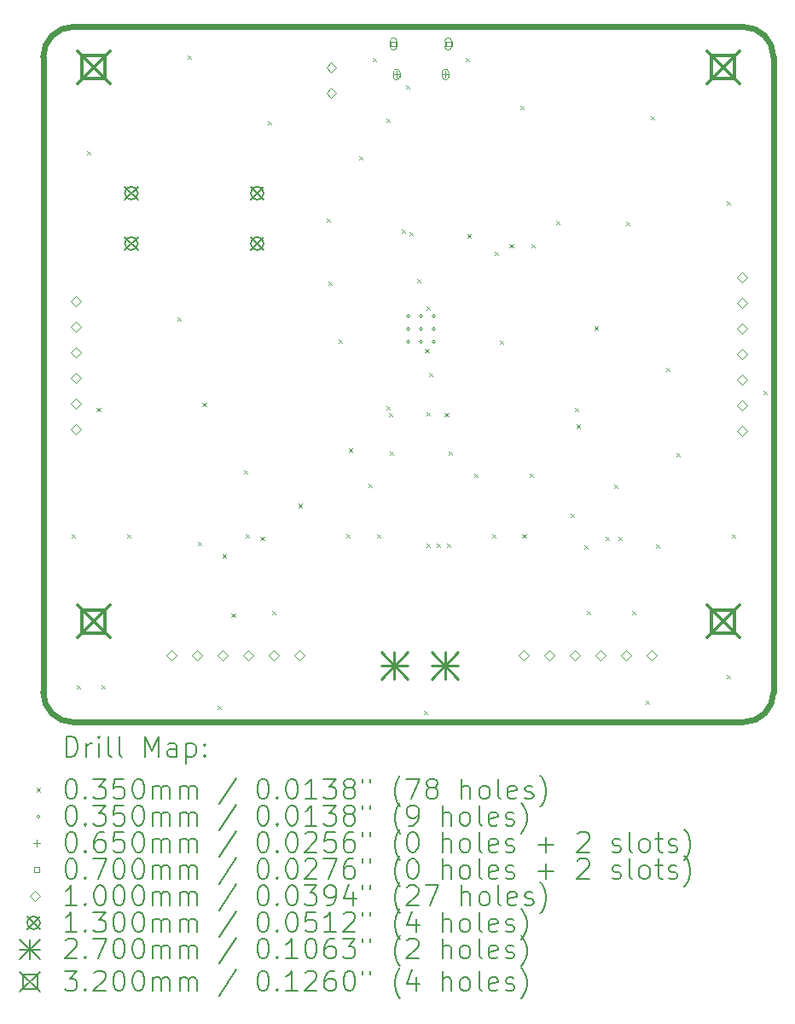
<source format=gbr>
%TF.GenerationSoftware,KiCad,Pcbnew,8.0.5*%
%TF.CreationDate,2025-04-11T00:05:18-04:00*%
%TF.ProjectId,RP2040_minimal_r2,52503230-3430-45f6-9d69-6e696d616c5f,REV2*%
%TF.SameCoordinates,Original*%
%TF.FileFunction,Drillmap*%
%TF.FilePolarity,Positive*%
%FSLAX45Y45*%
G04 Gerber Fmt 4.5, Leading zero omitted, Abs format (unit mm)*
G04 Created by KiCad (PCBNEW 8.0.5) date 2025-04-11 00:05:18*
%MOMM*%
%LPD*%
G01*
G04 APERTURE LIST*
%ADD10C,0.600000*%
%ADD11C,0.200000*%
%ADD12C,0.100000*%
%ADD13C,0.130000*%
%ADD14C,0.270000*%
%ADD15C,0.320000*%
G04 APERTURE END LIST*
D10*
X13200000Y-13900000D02*
X6550000Y-13900000D01*
X13500000Y-7300000D02*
X13500000Y-13600000D01*
X6550000Y-7000000D02*
X13200000Y-7000000D01*
X6250000Y-13600000D02*
X6250000Y-7300000D01*
X13500000Y-13600000D02*
G75*
G02*
X13200000Y-13900000I-300000J0D01*
G01*
X13200000Y-7000000D02*
G75*
G02*
X13500000Y-7300000I0J-300000D01*
G01*
X6250000Y-7300000D02*
G75*
G02*
X6550000Y-7000000I300000J0D01*
G01*
X6550000Y-13900000D02*
G75*
G02*
X6250000Y-13600000I0J300000D01*
G01*
D11*
D12*
X6532500Y-12032500D02*
X6567500Y-12067500D01*
X6567500Y-12032500D02*
X6532500Y-12067500D01*
X6582500Y-13532500D02*
X6617500Y-13567500D01*
X6617500Y-13532500D02*
X6582500Y-13567500D01*
X6682500Y-8232500D02*
X6717500Y-8267500D01*
X6717500Y-8232500D02*
X6682500Y-8267500D01*
X6782500Y-10782500D02*
X6817500Y-10817500D01*
X6817500Y-10782500D02*
X6782500Y-10817500D01*
X6832500Y-13532500D02*
X6867500Y-13567500D01*
X6867500Y-13532500D02*
X6832500Y-13567500D01*
X7082500Y-12032500D02*
X7117500Y-12067500D01*
X7117500Y-12032500D02*
X7082500Y-12067500D01*
X7582500Y-9882500D02*
X7617500Y-9917500D01*
X7617500Y-9882500D02*
X7582500Y-9917500D01*
X7682500Y-7282500D02*
X7717500Y-7317500D01*
X7717500Y-7282500D02*
X7682500Y-7317500D01*
X7782500Y-12107500D02*
X7817500Y-12142500D01*
X7817500Y-12107500D02*
X7782500Y-12142500D01*
X7832500Y-10732500D02*
X7867500Y-10767500D01*
X7867500Y-10732500D02*
X7832500Y-10767500D01*
X7982500Y-13732500D02*
X8017500Y-13767500D01*
X8017500Y-13732500D02*
X7982500Y-13767500D01*
X8032500Y-12232500D02*
X8067500Y-12267500D01*
X8067500Y-12232500D02*
X8032500Y-12267500D01*
X8120000Y-12820000D02*
X8155000Y-12855000D01*
X8155000Y-12820000D02*
X8120000Y-12855000D01*
X8245000Y-11395000D02*
X8280000Y-11430000D01*
X8280000Y-11395000D02*
X8245000Y-11430000D01*
X8257500Y-12032500D02*
X8292500Y-12067500D01*
X8292500Y-12032500D02*
X8257500Y-12067500D01*
X8407500Y-12057500D02*
X8442500Y-12092500D01*
X8442500Y-12057500D02*
X8407500Y-12092500D01*
X8482500Y-7932500D02*
X8517500Y-7967500D01*
X8517500Y-7932500D02*
X8482500Y-7967500D01*
X8520000Y-12795000D02*
X8555000Y-12830000D01*
X8555000Y-12795000D02*
X8520000Y-12830000D01*
X8782500Y-11732500D02*
X8817500Y-11767500D01*
X8817500Y-11732500D02*
X8782500Y-11767500D01*
X9062500Y-8902500D02*
X9097500Y-8937500D01*
X9097500Y-8902500D02*
X9062500Y-8937500D01*
X9078000Y-9525500D02*
X9113000Y-9560500D01*
X9113000Y-9525500D02*
X9078000Y-9560500D01*
X9182500Y-10102500D02*
X9217500Y-10137500D01*
X9217500Y-10102500D02*
X9182500Y-10137500D01*
X9257500Y-12033750D02*
X9292500Y-12068750D01*
X9292500Y-12033750D02*
X9257500Y-12068750D01*
X9282500Y-11182500D02*
X9317500Y-11217500D01*
X9317500Y-11182500D02*
X9282500Y-11217500D01*
X9382500Y-8282500D02*
X9417500Y-8317500D01*
X9417500Y-8282500D02*
X9382500Y-8317500D01*
X9482500Y-11532500D02*
X9517500Y-11567500D01*
X9517500Y-11532500D02*
X9482500Y-11567500D01*
X9522500Y-7312500D02*
X9557500Y-7347500D01*
X9557500Y-7312500D02*
X9522500Y-7347500D01*
X9566500Y-12033750D02*
X9601500Y-12068750D01*
X9601500Y-12033750D02*
X9566500Y-12068750D01*
X9657500Y-7907500D02*
X9692500Y-7942500D01*
X9692500Y-7907500D02*
X9657500Y-7942500D01*
X9659500Y-10764989D02*
X9694500Y-10799989D01*
X9694500Y-10764989D02*
X9659500Y-10799989D01*
X9682500Y-10832500D02*
X9717500Y-10867500D01*
X9717500Y-10832500D02*
X9682500Y-10867500D01*
X9692500Y-11212500D02*
X9727500Y-11247500D01*
X9727500Y-11212500D02*
X9692500Y-11247500D01*
X9807500Y-9007500D02*
X9842500Y-9042500D01*
X9842500Y-9007500D02*
X9807500Y-9042500D01*
X9852500Y-7582500D02*
X9887500Y-7617500D01*
X9887500Y-7582500D02*
X9852500Y-7617500D01*
X9882500Y-9032500D02*
X9917500Y-9067500D01*
X9917500Y-9032500D02*
X9882500Y-9067500D01*
X9962500Y-9502499D02*
X9997500Y-9537499D01*
X9997500Y-9502499D02*
X9962500Y-9537499D01*
X10032500Y-13782500D02*
X10067500Y-13817500D01*
X10067500Y-13782500D02*
X10032500Y-13817500D01*
X10042497Y-10192500D02*
X10077497Y-10227500D01*
X10077497Y-10192500D02*
X10042497Y-10227500D01*
X10051499Y-10824000D02*
X10086499Y-10859000D01*
X10086499Y-10824000D02*
X10051499Y-10859000D01*
X10052500Y-9772500D02*
X10087500Y-9807500D01*
X10087500Y-9772500D02*
X10052500Y-9807500D01*
X10057500Y-12130000D02*
X10092500Y-12165000D01*
X10092500Y-12130000D02*
X10057500Y-12165000D01*
X10082500Y-10432500D02*
X10117500Y-10467500D01*
X10117500Y-10432500D02*
X10082500Y-10467500D01*
X10157500Y-12130000D02*
X10192500Y-12165000D01*
X10192500Y-12130000D02*
X10157500Y-12165000D01*
X10236500Y-10833500D02*
X10271500Y-10868500D01*
X10271500Y-10833500D02*
X10236500Y-10868500D01*
X10257500Y-12130000D02*
X10292500Y-12165000D01*
X10292500Y-12130000D02*
X10257500Y-12165000D01*
X10272500Y-11212500D02*
X10307500Y-11247500D01*
X10307500Y-11212500D02*
X10272500Y-11247500D01*
X10442500Y-7312500D02*
X10477500Y-7347500D01*
X10477500Y-7312500D02*
X10442500Y-7347500D01*
X10457500Y-9057500D02*
X10492500Y-9092500D01*
X10492500Y-9057500D02*
X10457500Y-9092500D01*
X10532500Y-11432500D02*
X10567500Y-11467500D01*
X10567500Y-11432500D02*
X10532500Y-11467500D01*
X10707500Y-12033750D02*
X10742500Y-12068750D01*
X10742500Y-12033750D02*
X10707500Y-12068750D01*
X10732500Y-9232500D02*
X10767500Y-9267500D01*
X10767500Y-9232500D02*
X10732500Y-9267500D01*
X10782500Y-10113000D02*
X10817500Y-10148000D01*
X10817500Y-10113000D02*
X10782500Y-10148000D01*
X10880500Y-9153500D02*
X10915500Y-9188500D01*
X10915500Y-9153500D02*
X10880500Y-9188500D01*
X10982500Y-7782500D02*
X11017500Y-7817500D01*
X11017500Y-7782500D02*
X10982500Y-7817500D01*
X11007500Y-12033750D02*
X11042500Y-12068750D01*
X11042500Y-12033750D02*
X11007500Y-12068750D01*
X11082500Y-11432500D02*
X11117500Y-11467500D01*
X11117500Y-11432500D02*
X11082500Y-11467500D01*
X11098500Y-9151500D02*
X11133500Y-9186500D01*
X11133500Y-9151500D02*
X11098500Y-9186500D01*
X11344500Y-8928500D02*
X11379500Y-8963500D01*
X11379500Y-8928500D02*
X11344500Y-8963500D01*
X11482500Y-11832500D02*
X11517500Y-11867500D01*
X11517500Y-11832500D02*
X11482500Y-11867500D01*
X11531109Y-10783891D02*
X11566109Y-10818891D01*
X11566109Y-10783891D02*
X11531109Y-10818891D01*
X11542500Y-10945500D02*
X11577500Y-10980500D01*
X11577500Y-10945500D02*
X11542500Y-10980500D01*
X11620141Y-12144859D02*
X11655141Y-12179859D01*
X11655141Y-12144859D02*
X11620141Y-12179859D01*
X11645000Y-12795000D02*
X11680000Y-12830000D01*
X11680000Y-12795000D02*
X11645000Y-12830000D01*
X11719500Y-9971500D02*
X11754500Y-10006500D01*
X11754500Y-9971500D02*
X11719500Y-10006500D01*
X11832500Y-12057500D02*
X11867500Y-12092500D01*
X11867500Y-12057500D02*
X11832500Y-12092500D01*
X11920000Y-11545000D02*
X11955000Y-11580000D01*
X11955000Y-11545000D02*
X11920000Y-11580000D01*
X11960000Y-12057500D02*
X11995000Y-12092500D01*
X11995000Y-12057500D02*
X11960000Y-12092500D01*
X12032500Y-8932500D02*
X12067500Y-8967500D01*
X12067500Y-8932500D02*
X12032500Y-8967500D01*
X12095000Y-12795000D02*
X12130000Y-12830000D01*
X12130000Y-12795000D02*
X12095000Y-12830000D01*
X12232500Y-13682500D02*
X12267500Y-13717500D01*
X12267500Y-13682500D02*
X12232500Y-13717500D01*
X12282500Y-7882500D02*
X12317500Y-7917500D01*
X12317500Y-7882500D02*
X12282500Y-7917500D01*
X12332500Y-12132500D02*
X12367500Y-12167500D01*
X12367500Y-12132500D02*
X12332500Y-12167500D01*
X12432500Y-10382500D02*
X12467500Y-10417500D01*
X12467500Y-10382500D02*
X12432500Y-10417500D01*
X12532500Y-11232500D02*
X12567500Y-11267500D01*
X12567500Y-11232500D02*
X12532500Y-11267500D01*
X13032500Y-8732500D02*
X13067500Y-8767500D01*
X13067500Y-8732500D02*
X13032500Y-8767500D01*
X13032500Y-13432500D02*
X13067500Y-13467500D01*
X13067500Y-13432500D02*
X13032500Y-13467500D01*
X13082500Y-12032500D02*
X13117500Y-12067500D01*
X13117500Y-12032500D02*
X13082500Y-12067500D01*
X13396500Y-10614500D02*
X13431500Y-10649500D01*
X13431500Y-10614500D02*
X13396500Y-10649500D01*
X9890000Y-9872500D02*
G75*
G02*
X9855000Y-9872500I-17500J0D01*
G01*
X9855000Y-9872500D02*
G75*
G02*
X9890000Y-9872500I17500J0D01*
G01*
X9890000Y-10000000D02*
G75*
G02*
X9855000Y-10000000I-17500J0D01*
G01*
X9855000Y-10000000D02*
G75*
G02*
X9890000Y-10000000I17500J0D01*
G01*
X9890000Y-10127500D02*
G75*
G02*
X9855000Y-10127500I-17500J0D01*
G01*
X9855000Y-10127500D02*
G75*
G02*
X9890000Y-10127500I17500J0D01*
G01*
X10017500Y-9872500D02*
G75*
G02*
X9982500Y-9872500I-17500J0D01*
G01*
X9982500Y-9872500D02*
G75*
G02*
X10017500Y-9872500I17500J0D01*
G01*
X10017500Y-10000000D02*
G75*
G02*
X9982500Y-10000000I-17500J0D01*
G01*
X9982500Y-10000000D02*
G75*
G02*
X10017500Y-10000000I17500J0D01*
G01*
X10017500Y-10127500D02*
G75*
G02*
X9982500Y-10127500I-17500J0D01*
G01*
X9982500Y-10127500D02*
G75*
G02*
X10017500Y-10127500I17500J0D01*
G01*
X10145000Y-9872500D02*
G75*
G02*
X10110000Y-9872500I-17500J0D01*
G01*
X10110000Y-9872500D02*
G75*
G02*
X10145000Y-9872500I17500J0D01*
G01*
X10145000Y-10000000D02*
G75*
G02*
X10110000Y-10000000I-17500J0D01*
G01*
X10110000Y-10000000D02*
G75*
G02*
X10145000Y-10000000I17500J0D01*
G01*
X10145000Y-10127500D02*
G75*
G02*
X10110000Y-10127500I-17500J0D01*
G01*
X10110000Y-10127500D02*
G75*
G02*
X10145000Y-10127500I17500J0D01*
G01*
X9757500Y-7440500D02*
X9757500Y-7505500D01*
X9725000Y-7473000D02*
X9790000Y-7473000D01*
X9725000Y-7453000D02*
X9725000Y-7493000D01*
X9790000Y-7493000D02*
G75*
G02*
X9725000Y-7493000I-32500J0D01*
G01*
X9790000Y-7493000D02*
X9790000Y-7453000D01*
X9790000Y-7453000D02*
G75*
G03*
X9725000Y-7453000I-32500J0D01*
G01*
X10242500Y-7440500D02*
X10242500Y-7505500D01*
X10210000Y-7473000D02*
X10275000Y-7473000D01*
X10210000Y-7453000D02*
X10210000Y-7493000D01*
X10275000Y-7493000D02*
G75*
G02*
X10210000Y-7493000I-32500J0D01*
G01*
X10275000Y-7493000D02*
X10275000Y-7453000D01*
X10275000Y-7453000D02*
G75*
G03*
X10210000Y-7453000I-32500J0D01*
G01*
X9752249Y-7194749D02*
X9752249Y-7145251D01*
X9702751Y-7145251D01*
X9702751Y-7194749D01*
X9752249Y-7194749D01*
X9692500Y-7145000D02*
X9692500Y-7195000D01*
X9762500Y-7195000D02*
G75*
G02*
X9692500Y-7195000I-35000J0D01*
G01*
X9762500Y-7195000D02*
X9762500Y-7145000D01*
X9762500Y-7145000D02*
G75*
G03*
X9692500Y-7145000I-35000J0D01*
G01*
X10297249Y-7194749D02*
X10297249Y-7145251D01*
X10247751Y-7145251D01*
X10247751Y-7194749D01*
X10297249Y-7194749D01*
X10237500Y-7145000D02*
X10237500Y-7195000D01*
X10307500Y-7195000D02*
G75*
G02*
X10237500Y-7195000I-35000J0D01*
G01*
X10307500Y-7195000D02*
X10307500Y-7145000D01*
X10307500Y-7145000D02*
G75*
G03*
X10237500Y-7145000I-35000J0D01*
G01*
X6573000Y-9773000D02*
X6623000Y-9723000D01*
X6573000Y-9673000D01*
X6523000Y-9723000D01*
X6573000Y-9773000D01*
X6573000Y-10027000D02*
X6623000Y-9977000D01*
X6573000Y-9927000D01*
X6523000Y-9977000D01*
X6573000Y-10027000D01*
X6573000Y-10281000D02*
X6623000Y-10231000D01*
X6573000Y-10181000D01*
X6523000Y-10231000D01*
X6573000Y-10281000D01*
X6573000Y-10535000D02*
X6623000Y-10485000D01*
X6573000Y-10435000D01*
X6523000Y-10485000D01*
X6573000Y-10535000D01*
X6573000Y-10789000D02*
X6623000Y-10739000D01*
X6573000Y-10689000D01*
X6523000Y-10739000D01*
X6573000Y-10789000D01*
X6573000Y-11043000D02*
X6623000Y-10993000D01*
X6573000Y-10943000D01*
X6523000Y-10993000D01*
X6573000Y-11043000D01*
X7521500Y-13287500D02*
X7571500Y-13237500D01*
X7521500Y-13187500D01*
X7471500Y-13237500D01*
X7521500Y-13287500D01*
X7775500Y-13287500D02*
X7825500Y-13237500D01*
X7775500Y-13187500D01*
X7725500Y-13237500D01*
X7775500Y-13287500D01*
X8029500Y-13287500D02*
X8079500Y-13237500D01*
X8029500Y-13187500D01*
X7979500Y-13237500D01*
X8029500Y-13287500D01*
X8283500Y-13287500D02*
X8333500Y-13237500D01*
X8283500Y-13187500D01*
X8233500Y-13237500D01*
X8283500Y-13287500D01*
X8537500Y-13287500D02*
X8587500Y-13237500D01*
X8537500Y-13187500D01*
X8487500Y-13237500D01*
X8537500Y-13287500D01*
X8791500Y-13287500D02*
X8841500Y-13237500D01*
X8791500Y-13187500D01*
X8741500Y-13237500D01*
X8791500Y-13287500D01*
X9111000Y-7450000D02*
X9161000Y-7400000D01*
X9111000Y-7350000D01*
X9061000Y-7400000D01*
X9111000Y-7450000D01*
X9111000Y-7704000D02*
X9161000Y-7654000D01*
X9111000Y-7604000D01*
X9061000Y-7654000D01*
X9111000Y-7704000D01*
X11021500Y-13287500D02*
X11071500Y-13237500D01*
X11021500Y-13187500D01*
X10971500Y-13237500D01*
X11021500Y-13287500D01*
X11275500Y-13287500D02*
X11325500Y-13237500D01*
X11275500Y-13187500D01*
X11225500Y-13237500D01*
X11275500Y-13287500D01*
X11529500Y-13287500D02*
X11579500Y-13237500D01*
X11529500Y-13187500D01*
X11479500Y-13237500D01*
X11529500Y-13287500D01*
X11783500Y-13287500D02*
X11833500Y-13237500D01*
X11783500Y-13187500D01*
X11733500Y-13237500D01*
X11783500Y-13287500D01*
X12037500Y-13287500D02*
X12087500Y-13237500D01*
X12037500Y-13187500D01*
X11987500Y-13237500D01*
X12037500Y-13287500D01*
X12291500Y-13287500D02*
X12341500Y-13237500D01*
X12291500Y-13187500D01*
X12241500Y-13237500D01*
X12291500Y-13287500D01*
X13190000Y-9538000D02*
X13240000Y-9488000D01*
X13190000Y-9438000D01*
X13140000Y-9488000D01*
X13190000Y-9538000D01*
X13190000Y-9792000D02*
X13240000Y-9742000D01*
X13190000Y-9692000D01*
X13140000Y-9742000D01*
X13190000Y-9792000D01*
X13190000Y-10046000D02*
X13240000Y-9996000D01*
X13190000Y-9946000D01*
X13140000Y-9996000D01*
X13190000Y-10046000D01*
X13190000Y-10300000D02*
X13240000Y-10250000D01*
X13190000Y-10200000D01*
X13140000Y-10250000D01*
X13190000Y-10300000D01*
X13190000Y-10554000D02*
X13240000Y-10504000D01*
X13190000Y-10454000D01*
X13140000Y-10504000D01*
X13190000Y-10554000D01*
X13190000Y-10808000D02*
X13240000Y-10758000D01*
X13190000Y-10708000D01*
X13140000Y-10758000D01*
X13190000Y-10808000D01*
X13190000Y-11062000D02*
X13240000Y-11012000D01*
X13190000Y-10962000D01*
X13140000Y-11012000D01*
X13190000Y-11062000D01*
D13*
X7060000Y-8585000D02*
X7190000Y-8715000D01*
X7190000Y-8585000D02*
X7060000Y-8715000D01*
X7190000Y-8650000D02*
G75*
G02*
X7060000Y-8650000I-65000J0D01*
G01*
X7060000Y-8650000D02*
G75*
G02*
X7190000Y-8650000I65000J0D01*
G01*
X7060000Y-9085000D02*
X7190000Y-9215000D01*
X7190000Y-9085000D02*
X7060000Y-9215000D01*
X7190000Y-9150000D02*
G75*
G02*
X7060000Y-9150000I-65000J0D01*
G01*
X7060000Y-9150000D02*
G75*
G02*
X7190000Y-9150000I65000J0D01*
G01*
X8310000Y-8585000D02*
X8440000Y-8715000D01*
X8440000Y-8585000D02*
X8310000Y-8715000D01*
X8440000Y-8650000D02*
G75*
G02*
X8310000Y-8650000I-65000J0D01*
G01*
X8310000Y-8650000D02*
G75*
G02*
X8440000Y-8650000I65000J0D01*
G01*
X8310000Y-9085000D02*
X8440000Y-9215000D01*
X8440000Y-9085000D02*
X8310000Y-9215000D01*
X8440000Y-9150000D02*
G75*
G02*
X8310000Y-9150000I-65000J0D01*
G01*
X8310000Y-9150000D02*
G75*
G02*
X8440000Y-9150000I65000J0D01*
G01*
D14*
X9602500Y-13202500D02*
X9872500Y-13472500D01*
X9872500Y-13202500D02*
X9602500Y-13472500D01*
X9737500Y-13202500D02*
X9737500Y-13472500D01*
X9602500Y-13337500D02*
X9872500Y-13337500D01*
X10102500Y-13202500D02*
X10372500Y-13472500D01*
X10372500Y-13202500D02*
X10102500Y-13472500D01*
X10237500Y-13202500D02*
X10237500Y-13472500D01*
X10102500Y-13337500D02*
X10372500Y-13337500D01*
D15*
X6590000Y-7240000D02*
X6910000Y-7560000D01*
X6910000Y-7240000D02*
X6590000Y-7560000D01*
X6863138Y-7513138D02*
X6863138Y-7286862D01*
X6636862Y-7286862D01*
X6636862Y-7513138D01*
X6863138Y-7513138D01*
X6590000Y-12740000D02*
X6910000Y-13060000D01*
X6910000Y-12740000D02*
X6590000Y-13060000D01*
X6863138Y-13013138D02*
X6863138Y-12786862D01*
X6636862Y-12786862D01*
X6636862Y-13013138D01*
X6863138Y-13013138D01*
X12840000Y-7240000D02*
X13160000Y-7560000D01*
X13160000Y-7240000D02*
X12840000Y-7560000D01*
X13113138Y-7513138D02*
X13113138Y-7286862D01*
X12886862Y-7286862D01*
X12886862Y-7513138D01*
X13113138Y-7513138D01*
X12840000Y-12740000D02*
X13160000Y-13060000D01*
X13160000Y-12740000D02*
X12840000Y-13060000D01*
X13113138Y-13013138D02*
X13113138Y-12786862D01*
X12886862Y-12786862D01*
X12886862Y-13013138D01*
X13113138Y-13013138D01*
D11*
X6480777Y-14241484D02*
X6480777Y-14041484D01*
X6480777Y-14041484D02*
X6528396Y-14041484D01*
X6528396Y-14041484D02*
X6556967Y-14051008D01*
X6556967Y-14051008D02*
X6576015Y-14070055D01*
X6576015Y-14070055D02*
X6585539Y-14089103D01*
X6585539Y-14089103D02*
X6595062Y-14127198D01*
X6595062Y-14127198D02*
X6595062Y-14155769D01*
X6595062Y-14155769D02*
X6585539Y-14193865D01*
X6585539Y-14193865D02*
X6576015Y-14212912D01*
X6576015Y-14212912D02*
X6556967Y-14231960D01*
X6556967Y-14231960D02*
X6528396Y-14241484D01*
X6528396Y-14241484D02*
X6480777Y-14241484D01*
X6680777Y-14241484D02*
X6680777Y-14108150D01*
X6680777Y-14146246D02*
X6690301Y-14127198D01*
X6690301Y-14127198D02*
X6699824Y-14117674D01*
X6699824Y-14117674D02*
X6718872Y-14108150D01*
X6718872Y-14108150D02*
X6737920Y-14108150D01*
X6804586Y-14241484D02*
X6804586Y-14108150D01*
X6804586Y-14041484D02*
X6795062Y-14051008D01*
X6795062Y-14051008D02*
X6804586Y-14060531D01*
X6804586Y-14060531D02*
X6814110Y-14051008D01*
X6814110Y-14051008D02*
X6804586Y-14041484D01*
X6804586Y-14041484D02*
X6804586Y-14060531D01*
X6928396Y-14241484D02*
X6909348Y-14231960D01*
X6909348Y-14231960D02*
X6899824Y-14212912D01*
X6899824Y-14212912D02*
X6899824Y-14041484D01*
X7033158Y-14241484D02*
X7014110Y-14231960D01*
X7014110Y-14231960D02*
X7004586Y-14212912D01*
X7004586Y-14212912D02*
X7004586Y-14041484D01*
X7261729Y-14241484D02*
X7261729Y-14041484D01*
X7261729Y-14041484D02*
X7328396Y-14184341D01*
X7328396Y-14184341D02*
X7395062Y-14041484D01*
X7395062Y-14041484D02*
X7395062Y-14241484D01*
X7576015Y-14241484D02*
X7576015Y-14136722D01*
X7576015Y-14136722D02*
X7566491Y-14117674D01*
X7566491Y-14117674D02*
X7547443Y-14108150D01*
X7547443Y-14108150D02*
X7509348Y-14108150D01*
X7509348Y-14108150D02*
X7490301Y-14117674D01*
X7576015Y-14231960D02*
X7556967Y-14241484D01*
X7556967Y-14241484D02*
X7509348Y-14241484D01*
X7509348Y-14241484D02*
X7490301Y-14231960D01*
X7490301Y-14231960D02*
X7480777Y-14212912D01*
X7480777Y-14212912D02*
X7480777Y-14193865D01*
X7480777Y-14193865D02*
X7490301Y-14174817D01*
X7490301Y-14174817D02*
X7509348Y-14165293D01*
X7509348Y-14165293D02*
X7556967Y-14165293D01*
X7556967Y-14165293D02*
X7576015Y-14155769D01*
X7671253Y-14108150D02*
X7671253Y-14308150D01*
X7671253Y-14117674D02*
X7690301Y-14108150D01*
X7690301Y-14108150D02*
X7728396Y-14108150D01*
X7728396Y-14108150D02*
X7747443Y-14117674D01*
X7747443Y-14117674D02*
X7756967Y-14127198D01*
X7756967Y-14127198D02*
X7766491Y-14146246D01*
X7766491Y-14146246D02*
X7766491Y-14203388D01*
X7766491Y-14203388D02*
X7756967Y-14222436D01*
X7756967Y-14222436D02*
X7747443Y-14231960D01*
X7747443Y-14231960D02*
X7728396Y-14241484D01*
X7728396Y-14241484D02*
X7690301Y-14241484D01*
X7690301Y-14241484D02*
X7671253Y-14231960D01*
X7852205Y-14222436D02*
X7861729Y-14231960D01*
X7861729Y-14231960D02*
X7852205Y-14241484D01*
X7852205Y-14241484D02*
X7842682Y-14231960D01*
X7842682Y-14231960D02*
X7852205Y-14222436D01*
X7852205Y-14222436D02*
X7852205Y-14241484D01*
X7852205Y-14117674D02*
X7861729Y-14127198D01*
X7861729Y-14127198D02*
X7852205Y-14136722D01*
X7852205Y-14136722D02*
X7842682Y-14127198D01*
X7842682Y-14127198D02*
X7852205Y-14117674D01*
X7852205Y-14117674D02*
X7852205Y-14136722D01*
D12*
X6185000Y-14552500D02*
X6220000Y-14587500D01*
X6220000Y-14552500D02*
X6185000Y-14587500D01*
D11*
X6518872Y-14461484D02*
X6537920Y-14461484D01*
X6537920Y-14461484D02*
X6556967Y-14471008D01*
X6556967Y-14471008D02*
X6566491Y-14480531D01*
X6566491Y-14480531D02*
X6576015Y-14499579D01*
X6576015Y-14499579D02*
X6585539Y-14537674D01*
X6585539Y-14537674D02*
X6585539Y-14585293D01*
X6585539Y-14585293D02*
X6576015Y-14623388D01*
X6576015Y-14623388D02*
X6566491Y-14642436D01*
X6566491Y-14642436D02*
X6556967Y-14651960D01*
X6556967Y-14651960D02*
X6537920Y-14661484D01*
X6537920Y-14661484D02*
X6518872Y-14661484D01*
X6518872Y-14661484D02*
X6499824Y-14651960D01*
X6499824Y-14651960D02*
X6490301Y-14642436D01*
X6490301Y-14642436D02*
X6480777Y-14623388D01*
X6480777Y-14623388D02*
X6471253Y-14585293D01*
X6471253Y-14585293D02*
X6471253Y-14537674D01*
X6471253Y-14537674D02*
X6480777Y-14499579D01*
X6480777Y-14499579D02*
X6490301Y-14480531D01*
X6490301Y-14480531D02*
X6499824Y-14471008D01*
X6499824Y-14471008D02*
X6518872Y-14461484D01*
X6671253Y-14642436D02*
X6680777Y-14651960D01*
X6680777Y-14651960D02*
X6671253Y-14661484D01*
X6671253Y-14661484D02*
X6661729Y-14651960D01*
X6661729Y-14651960D02*
X6671253Y-14642436D01*
X6671253Y-14642436D02*
X6671253Y-14661484D01*
X6747443Y-14461484D02*
X6871253Y-14461484D01*
X6871253Y-14461484D02*
X6804586Y-14537674D01*
X6804586Y-14537674D02*
X6833158Y-14537674D01*
X6833158Y-14537674D02*
X6852205Y-14547198D01*
X6852205Y-14547198D02*
X6861729Y-14556722D01*
X6861729Y-14556722D02*
X6871253Y-14575769D01*
X6871253Y-14575769D02*
X6871253Y-14623388D01*
X6871253Y-14623388D02*
X6861729Y-14642436D01*
X6861729Y-14642436D02*
X6852205Y-14651960D01*
X6852205Y-14651960D02*
X6833158Y-14661484D01*
X6833158Y-14661484D02*
X6776015Y-14661484D01*
X6776015Y-14661484D02*
X6756967Y-14651960D01*
X6756967Y-14651960D02*
X6747443Y-14642436D01*
X7052205Y-14461484D02*
X6956967Y-14461484D01*
X6956967Y-14461484D02*
X6947443Y-14556722D01*
X6947443Y-14556722D02*
X6956967Y-14547198D01*
X6956967Y-14547198D02*
X6976015Y-14537674D01*
X6976015Y-14537674D02*
X7023634Y-14537674D01*
X7023634Y-14537674D02*
X7042682Y-14547198D01*
X7042682Y-14547198D02*
X7052205Y-14556722D01*
X7052205Y-14556722D02*
X7061729Y-14575769D01*
X7061729Y-14575769D02*
X7061729Y-14623388D01*
X7061729Y-14623388D02*
X7052205Y-14642436D01*
X7052205Y-14642436D02*
X7042682Y-14651960D01*
X7042682Y-14651960D02*
X7023634Y-14661484D01*
X7023634Y-14661484D02*
X6976015Y-14661484D01*
X6976015Y-14661484D02*
X6956967Y-14651960D01*
X6956967Y-14651960D02*
X6947443Y-14642436D01*
X7185539Y-14461484D02*
X7204586Y-14461484D01*
X7204586Y-14461484D02*
X7223634Y-14471008D01*
X7223634Y-14471008D02*
X7233158Y-14480531D01*
X7233158Y-14480531D02*
X7242682Y-14499579D01*
X7242682Y-14499579D02*
X7252205Y-14537674D01*
X7252205Y-14537674D02*
X7252205Y-14585293D01*
X7252205Y-14585293D02*
X7242682Y-14623388D01*
X7242682Y-14623388D02*
X7233158Y-14642436D01*
X7233158Y-14642436D02*
X7223634Y-14651960D01*
X7223634Y-14651960D02*
X7204586Y-14661484D01*
X7204586Y-14661484D02*
X7185539Y-14661484D01*
X7185539Y-14661484D02*
X7166491Y-14651960D01*
X7166491Y-14651960D02*
X7156967Y-14642436D01*
X7156967Y-14642436D02*
X7147443Y-14623388D01*
X7147443Y-14623388D02*
X7137920Y-14585293D01*
X7137920Y-14585293D02*
X7137920Y-14537674D01*
X7137920Y-14537674D02*
X7147443Y-14499579D01*
X7147443Y-14499579D02*
X7156967Y-14480531D01*
X7156967Y-14480531D02*
X7166491Y-14471008D01*
X7166491Y-14471008D02*
X7185539Y-14461484D01*
X7337920Y-14661484D02*
X7337920Y-14528150D01*
X7337920Y-14547198D02*
X7347443Y-14537674D01*
X7347443Y-14537674D02*
X7366491Y-14528150D01*
X7366491Y-14528150D02*
X7395063Y-14528150D01*
X7395063Y-14528150D02*
X7414110Y-14537674D01*
X7414110Y-14537674D02*
X7423634Y-14556722D01*
X7423634Y-14556722D02*
X7423634Y-14661484D01*
X7423634Y-14556722D02*
X7433158Y-14537674D01*
X7433158Y-14537674D02*
X7452205Y-14528150D01*
X7452205Y-14528150D02*
X7480777Y-14528150D01*
X7480777Y-14528150D02*
X7499824Y-14537674D01*
X7499824Y-14537674D02*
X7509348Y-14556722D01*
X7509348Y-14556722D02*
X7509348Y-14661484D01*
X7604586Y-14661484D02*
X7604586Y-14528150D01*
X7604586Y-14547198D02*
X7614110Y-14537674D01*
X7614110Y-14537674D02*
X7633158Y-14528150D01*
X7633158Y-14528150D02*
X7661729Y-14528150D01*
X7661729Y-14528150D02*
X7680777Y-14537674D01*
X7680777Y-14537674D02*
X7690301Y-14556722D01*
X7690301Y-14556722D02*
X7690301Y-14661484D01*
X7690301Y-14556722D02*
X7699824Y-14537674D01*
X7699824Y-14537674D02*
X7718872Y-14528150D01*
X7718872Y-14528150D02*
X7747443Y-14528150D01*
X7747443Y-14528150D02*
X7766491Y-14537674D01*
X7766491Y-14537674D02*
X7776015Y-14556722D01*
X7776015Y-14556722D02*
X7776015Y-14661484D01*
X8166491Y-14451960D02*
X7995063Y-14709103D01*
X8423634Y-14461484D02*
X8442682Y-14461484D01*
X8442682Y-14461484D02*
X8461729Y-14471008D01*
X8461729Y-14471008D02*
X8471253Y-14480531D01*
X8471253Y-14480531D02*
X8480777Y-14499579D01*
X8480777Y-14499579D02*
X8490301Y-14537674D01*
X8490301Y-14537674D02*
X8490301Y-14585293D01*
X8490301Y-14585293D02*
X8480777Y-14623388D01*
X8480777Y-14623388D02*
X8471253Y-14642436D01*
X8471253Y-14642436D02*
X8461729Y-14651960D01*
X8461729Y-14651960D02*
X8442682Y-14661484D01*
X8442682Y-14661484D02*
X8423634Y-14661484D01*
X8423634Y-14661484D02*
X8404587Y-14651960D01*
X8404587Y-14651960D02*
X8395063Y-14642436D01*
X8395063Y-14642436D02*
X8385539Y-14623388D01*
X8385539Y-14623388D02*
X8376015Y-14585293D01*
X8376015Y-14585293D02*
X8376015Y-14537674D01*
X8376015Y-14537674D02*
X8385539Y-14499579D01*
X8385539Y-14499579D02*
X8395063Y-14480531D01*
X8395063Y-14480531D02*
X8404587Y-14471008D01*
X8404587Y-14471008D02*
X8423634Y-14461484D01*
X8576015Y-14642436D02*
X8585539Y-14651960D01*
X8585539Y-14651960D02*
X8576015Y-14661484D01*
X8576015Y-14661484D02*
X8566491Y-14651960D01*
X8566491Y-14651960D02*
X8576015Y-14642436D01*
X8576015Y-14642436D02*
X8576015Y-14661484D01*
X8709348Y-14461484D02*
X8728396Y-14461484D01*
X8728396Y-14461484D02*
X8747444Y-14471008D01*
X8747444Y-14471008D02*
X8756968Y-14480531D01*
X8756968Y-14480531D02*
X8766491Y-14499579D01*
X8766491Y-14499579D02*
X8776015Y-14537674D01*
X8776015Y-14537674D02*
X8776015Y-14585293D01*
X8776015Y-14585293D02*
X8766491Y-14623388D01*
X8766491Y-14623388D02*
X8756968Y-14642436D01*
X8756968Y-14642436D02*
X8747444Y-14651960D01*
X8747444Y-14651960D02*
X8728396Y-14661484D01*
X8728396Y-14661484D02*
X8709348Y-14661484D01*
X8709348Y-14661484D02*
X8690301Y-14651960D01*
X8690301Y-14651960D02*
X8680777Y-14642436D01*
X8680777Y-14642436D02*
X8671253Y-14623388D01*
X8671253Y-14623388D02*
X8661729Y-14585293D01*
X8661729Y-14585293D02*
X8661729Y-14537674D01*
X8661729Y-14537674D02*
X8671253Y-14499579D01*
X8671253Y-14499579D02*
X8680777Y-14480531D01*
X8680777Y-14480531D02*
X8690301Y-14471008D01*
X8690301Y-14471008D02*
X8709348Y-14461484D01*
X8966491Y-14661484D02*
X8852206Y-14661484D01*
X8909348Y-14661484D02*
X8909348Y-14461484D01*
X8909348Y-14461484D02*
X8890301Y-14490055D01*
X8890301Y-14490055D02*
X8871253Y-14509103D01*
X8871253Y-14509103D02*
X8852206Y-14518627D01*
X9033158Y-14461484D02*
X9156968Y-14461484D01*
X9156968Y-14461484D02*
X9090301Y-14537674D01*
X9090301Y-14537674D02*
X9118872Y-14537674D01*
X9118872Y-14537674D02*
X9137920Y-14547198D01*
X9137920Y-14547198D02*
X9147444Y-14556722D01*
X9147444Y-14556722D02*
X9156968Y-14575769D01*
X9156968Y-14575769D02*
X9156968Y-14623388D01*
X9156968Y-14623388D02*
X9147444Y-14642436D01*
X9147444Y-14642436D02*
X9137920Y-14651960D01*
X9137920Y-14651960D02*
X9118872Y-14661484D01*
X9118872Y-14661484D02*
X9061729Y-14661484D01*
X9061729Y-14661484D02*
X9042682Y-14651960D01*
X9042682Y-14651960D02*
X9033158Y-14642436D01*
X9271253Y-14547198D02*
X9252206Y-14537674D01*
X9252206Y-14537674D02*
X9242682Y-14528150D01*
X9242682Y-14528150D02*
X9233158Y-14509103D01*
X9233158Y-14509103D02*
X9233158Y-14499579D01*
X9233158Y-14499579D02*
X9242682Y-14480531D01*
X9242682Y-14480531D02*
X9252206Y-14471008D01*
X9252206Y-14471008D02*
X9271253Y-14461484D01*
X9271253Y-14461484D02*
X9309349Y-14461484D01*
X9309349Y-14461484D02*
X9328396Y-14471008D01*
X9328396Y-14471008D02*
X9337920Y-14480531D01*
X9337920Y-14480531D02*
X9347444Y-14499579D01*
X9347444Y-14499579D02*
X9347444Y-14509103D01*
X9347444Y-14509103D02*
X9337920Y-14528150D01*
X9337920Y-14528150D02*
X9328396Y-14537674D01*
X9328396Y-14537674D02*
X9309349Y-14547198D01*
X9309349Y-14547198D02*
X9271253Y-14547198D01*
X9271253Y-14547198D02*
X9252206Y-14556722D01*
X9252206Y-14556722D02*
X9242682Y-14566246D01*
X9242682Y-14566246D02*
X9233158Y-14585293D01*
X9233158Y-14585293D02*
X9233158Y-14623388D01*
X9233158Y-14623388D02*
X9242682Y-14642436D01*
X9242682Y-14642436D02*
X9252206Y-14651960D01*
X9252206Y-14651960D02*
X9271253Y-14661484D01*
X9271253Y-14661484D02*
X9309349Y-14661484D01*
X9309349Y-14661484D02*
X9328396Y-14651960D01*
X9328396Y-14651960D02*
X9337920Y-14642436D01*
X9337920Y-14642436D02*
X9347444Y-14623388D01*
X9347444Y-14623388D02*
X9347444Y-14585293D01*
X9347444Y-14585293D02*
X9337920Y-14566246D01*
X9337920Y-14566246D02*
X9328396Y-14556722D01*
X9328396Y-14556722D02*
X9309349Y-14547198D01*
X9423634Y-14461484D02*
X9423634Y-14499579D01*
X9499825Y-14461484D02*
X9499825Y-14499579D01*
X9795063Y-14737674D02*
X9785539Y-14728150D01*
X9785539Y-14728150D02*
X9766491Y-14699579D01*
X9766491Y-14699579D02*
X9756968Y-14680531D01*
X9756968Y-14680531D02*
X9747444Y-14651960D01*
X9747444Y-14651960D02*
X9737920Y-14604341D01*
X9737920Y-14604341D02*
X9737920Y-14566246D01*
X9737920Y-14566246D02*
X9747444Y-14518627D01*
X9747444Y-14518627D02*
X9756968Y-14490055D01*
X9756968Y-14490055D02*
X9766491Y-14471008D01*
X9766491Y-14471008D02*
X9785539Y-14442436D01*
X9785539Y-14442436D02*
X9795063Y-14432912D01*
X9852206Y-14461484D02*
X9985539Y-14461484D01*
X9985539Y-14461484D02*
X9899825Y-14661484D01*
X10090301Y-14547198D02*
X10071253Y-14537674D01*
X10071253Y-14537674D02*
X10061730Y-14528150D01*
X10061730Y-14528150D02*
X10052206Y-14509103D01*
X10052206Y-14509103D02*
X10052206Y-14499579D01*
X10052206Y-14499579D02*
X10061730Y-14480531D01*
X10061730Y-14480531D02*
X10071253Y-14471008D01*
X10071253Y-14471008D02*
X10090301Y-14461484D01*
X10090301Y-14461484D02*
X10128396Y-14461484D01*
X10128396Y-14461484D02*
X10147444Y-14471008D01*
X10147444Y-14471008D02*
X10156968Y-14480531D01*
X10156968Y-14480531D02*
X10166491Y-14499579D01*
X10166491Y-14499579D02*
X10166491Y-14509103D01*
X10166491Y-14509103D02*
X10156968Y-14528150D01*
X10156968Y-14528150D02*
X10147444Y-14537674D01*
X10147444Y-14537674D02*
X10128396Y-14547198D01*
X10128396Y-14547198D02*
X10090301Y-14547198D01*
X10090301Y-14547198D02*
X10071253Y-14556722D01*
X10071253Y-14556722D02*
X10061730Y-14566246D01*
X10061730Y-14566246D02*
X10052206Y-14585293D01*
X10052206Y-14585293D02*
X10052206Y-14623388D01*
X10052206Y-14623388D02*
X10061730Y-14642436D01*
X10061730Y-14642436D02*
X10071253Y-14651960D01*
X10071253Y-14651960D02*
X10090301Y-14661484D01*
X10090301Y-14661484D02*
X10128396Y-14661484D01*
X10128396Y-14661484D02*
X10147444Y-14651960D01*
X10147444Y-14651960D02*
X10156968Y-14642436D01*
X10156968Y-14642436D02*
X10166491Y-14623388D01*
X10166491Y-14623388D02*
X10166491Y-14585293D01*
X10166491Y-14585293D02*
X10156968Y-14566246D01*
X10156968Y-14566246D02*
X10147444Y-14556722D01*
X10147444Y-14556722D02*
X10128396Y-14547198D01*
X10404587Y-14661484D02*
X10404587Y-14461484D01*
X10490301Y-14661484D02*
X10490301Y-14556722D01*
X10490301Y-14556722D02*
X10480777Y-14537674D01*
X10480777Y-14537674D02*
X10461730Y-14528150D01*
X10461730Y-14528150D02*
X10433158Y-14528150D01*
X10433158Y-14528150D02*
X10414111Y-14537674D01*
X10414111Y-14537674D02*
X10404587Y-14547198D01*
X10614111Y-14661484D02*
X10595063Y-14651960D01*
X10595063Y-14651960D02*
X10585539Y-14642436D01*
X10585539Y-14642436D02*
X10576015Y-14623388D01*
X10576015Y-14623388D02*
X10576015Y-14566246D01*
X10576015Y-14566246D02*
X10585539Y-14547198D01*
X10585539Y-14547198D02*
X10595063Y-14537674D01*
X10595063Y-14537674D02*
X10614111Y-14528150D01*
X10614111Y-14528150D02*
X10642682Y-14528150D01*
X10642682Y-14528150D02*
X10661730Y-14537674D01*
X10661730Y-14537674D02*
X10671253Y-14547198D01*
X10671253Y-14547198D02*
X10680777Y-14566246D01*
X10680777Y-14566246D02*
X10680777Y-14623388D01*
X10680777Y-14623388D02*
X10671253Y-14642436D01*
X10671253Y-14642436D02*
X10661730Y-14651960D01*
X10661730Y-14651960D02*
X10642682Y-14661484D01*
X10642682Y-14661484D02*
X10614111Y-14661484D01*
X10795063Y-14661484D02*
X10776015Y-14651960D01*
X10776015Y-14651960D02*
X10766492Y-14632912D01*
X10766492Y-14632912D02*
X10766492Y-14461484D01*
X10947444Y-14651960D02*
X10928396Y-14661484D01*
X10928396Y-14661484D02*
X10890301Y-14661484D01*
X10890301Y-14661484D02*
X10871253Y-14651960D01*
X10871253Y-14651960D02*
X10861730Y-14632912D01*
X10861730Y-14632912D02*
X10861730Y-14556722D01*
X10861730Y-14556722D02*
X10871253Y-14537674D01*
X10871253Y-14537674D02*
X10890301Y-14528150D01*
X10890301Y-14528150D02*
X10928396Y-14528150D01*
X10928396Y-14528150D02*
X10947444Y-14537674D01*
X10947444Y-14537674D02*
X10956968Y-14556722D01*
X10956968Y-14556722D02*
X10956968Y-14575769D01*
X10956968Y-14575769D02*
X10861730Y-14594817D01*
X11033158Y-14651960D02*
X11052206Y-14661484D01*
X11052206Y-14661484D02*
X11090301Y-14661484D01*
X11090301Y-14661484D02*
X11109349Y-14651960D01*
X11109349Y-14651960D02*
X11118873Y-14632912D01*
X11118873Y-14632912D02*
X11118873Y-14623388D01*
X11118873Y-14623388D02*
X11109349Y-14604341D01*
X11109349Y-14604341D02*
X11090301Y-14594817D01*
X11090301Y-14594817D02*
X11061730Y-14594817D01*
X11061730Y-14594817D02*
X11042682Y-14585293D01*
X11042682Y-14585293D02*
X11033158Y-14566246D01*
X11033158Y-14566246D02*
X11033158Y-14556722D01*
X11033158Y-14556722D02*
X11042682Y-14537674D01*
X11042682Y-14537674D02*
X11061730Y-14528150D01*
X11061730Y-14528150D02*
X11090301Y-14528150D01*
X11090301Y-14528150D02*
X11109349Y-14537674D01*
X11185539Y-14737674D02*
X11195063Y-14728150D01*
X11195063Y-14728150D02*
X11214111Y-14699579D01*
X11214111Y-14699579D02*
X11223634Y-14680531D01*
X11223634Y-14680531D02*
X11233158Y-14651960D01*
X11233158Y-14651960D02*
X11242682Y-14604341D01*
X11242682Y-14604341D02*
X11242682Y-14566246D01*
X11242682Y-14566246D02*
X11233158Y-14518627D01*
X11233158Y-14518627D02*
X11223634Y-14490055D01*
X11223634Y-14490055D02*
X11214111Y-14471008D01*
X11214111Y-14471008D02*
X11195063Y-14442436D01*
X11195063Y-14442436D02*
X11185539Y-14432912D01*
D12*
X6220000Y-14834000D02*
G75*
G02*
X6185000Y-14834000I-17500J0D01*
G01*
X6185000Y-14834000D02*
G75*
G02*
X6220000Y-14834000I17500J0D01*
G01*
D11*
X6518872Y-14725484D02*
X6537920Y-14725484D01*
X6537920Y-14725484D02*
X6556967Y-14735008D01*
X6556967Y-14735008D02*
X6566491Y-14744531D01*
X6566491Y-14744531D02*
X6576015Y-14763579D01*
X6576015Y-14763579D02*
X6585539Y-14801674D01*
X6585539Y-14801674D02*
X6585539Y-14849293D01*
X6585539Y-14849293D02*
X6576015Y-14887388D01*
X6576015Y-14887388D02*
X6566491Y-14906436D01*
X6566491Y-14906436D02*
X6556967Y-14915960D01*
X6556967Y-14915960D02*
X6537920Y-14925484D01*
X6537920Y-14925484D02*
X6518872Y-14925484D01*
X6518872Y-14925484D02*
X6499824Y-14915960D01*
X6499824Y-14915960D02*
X6490301Y-14906436D01*
X6490301Y-14906436D02*
X6480777Y-14887388D01*
X6480777Y-14887388D02*
X6471253Y-14849293D01*
X6471253Y-14849293D02*
X6471253Y-14801674D01*
X6471253Y-14801674D02*
X6480777Y-14763579D01*
X6480777Y-14763579D02*
X6490301Y-14744531D01*
X6490301Y-14744531D02*
X6499824Y-14735008D01*
X6499824Y-14735008D02*
X6518872Y-14725484D01*
X6671253Y-14906436D02*
X6680777Y-14915960D01*
X6680777Y-14915960D02*
X6671253Y-14925484D01*
X6671253Y-14925484D02*
X6661729Y-14915960D01*
X6661729Y-14915960D02*
X6671253Y-14906436D01*
X6671253Y-14906436D02*
X6671253Y-14925484D01*
X6747443Y-14725484D02*
X6871253Y-14725484D01*
X6871253Y-14725484D02*
X6804586Y-14801674D01*
X6804586Y-14801674D02*
X6833158Y-14801674D01*
X6833158Y-14801674D02*
X6852205Y-14811198D01*
X6852205Y-14811198D02*
X6861729Y-14820722D01*
X6861729Y-14820722D02*
X6871253Y-14839769D01*
X6871253Y-14839769D02*
X6871253Y-14887388D01*
X6871253Y-14887388D02*
X6861729Y-14906436D01*
X6861729Y-14906436D02*
X6852205Y-14915960D01*
X6852205Y-14915960D02*
X6833158Y-14925484D01*
X6833158Y-14925484D02*
X6776015Y-14925484D01*
X6776015Y-14925484D02*
X6756967Y-14915960D01*
X6756967Y-14915960D02*
X6747443Y-14906436D01*
X7052205Y-14725484D02*
X6956967Y-14725484D01*
X6956967Y-14725484D02*
X6947443Y-14820722D01*
X6947443Y-14820722D02*
X6956967Y-14811198D01*
X6956967Y-14811198D02*
X6976015Y-14801674D01*
X6976015Y-14801674D02*
X7023634Y-14801674D01*
X7023634Y-14801674D02*
X7042682Y-14811198D01*
X7042682Y-14811198D02*
X7052205Y-14820722D01*
X7052205Y-14820722D02*
X7061729Y-14839769D01*
X7061729Y-14839769D02*
X7061729Y-14887388D01*
X7061729Y-14887388D02*
X7052205Y-14906436D01*
X7052205Y-14906436D02*
X7042682Y-14915960D01*
X7042682Y-14915960D02*
X7023634Y-14925484D01*
X7023634Y-14925484D02*
X6976015Y-14925484D01*
X6976015Y-14925484D02*
X6956967Y-14915960D01*
X6956967Y-14915960D02*
X6947443Y-14906436D01*
X7185539Y-14725484D02*
X7204586Y-14725484D01*
X7204586Y-14725484D02*
X7223634Y-14735008D01*
X7223634Y-14735008D02*
X7233158Y-14744531D01*
X7233158Y-14744531D02*
X7242682Y-14763579D01*
X7242682Y-14763579D02*
X7252205Y-14801674D01*
X7252205Y-14801674D02*
X7252205Y-14849293D01*
X7252205Y-14849293D02*
X7242682Y-14887388D01*
X7242682Y-14887388D02*
X7233158Y-14906436D01*
X7233158Y-14906436D02*
X7223634Y-14915960D01*
X7223634Y-14915960D02*
X7204586Y-14925484D01*
X7204586Y-14925484D02*
X7185539Y-14925484D01*
X7185539Y-14925484D02*
X7166491Y-14915960D01*
X7166491Y-14915960D02*
X7156967Y-14906436D01*
X7156967Y-14906436D02*
X7147443Y-14887388D01*
X7147443Y-14887388D02*
X7137920Y-14849293D01*
X7137920Y-14849293D02*
X7137920Y-14801674D01*
X7137920Y-14801674D02*
X7147443Y-14763579D01*
X7147443Y-14763579D02*
X7156967Y-14744531D01*
X7156967Y-14744531D02*
X7166491Y-14735008D01*
X7166491Y-14735008D02*
X7185539Y-14725484D01*
X7337920Y-14925484D02*
X7337920Y-14792150D01*
X7337920Y-14811198D02*
X7347443Y-14801674D01*
X7347443Y-14801674D02*
X7366491Y-14792150D01*
X7366491Y-14792150D02*
X7395063Y-14792150D01*
X7395063Y-14792150D02*
X7414110Y-14801674D01*
X7414110Y-14801674D02*
X7423634Y-14820722D01*
X7423634Y-14820722D02*
X7423634Y-14925484D01*
X7423634Y-14820722D02*
X7433158Y-14801674D01*
X7433158Y-14801674D02*
X7452205Y-14792150D01*
X7452205Y-14792150D02*
X7480777Y-14792150D01*
X7480777Y-14792150D02*
X7499824Y-14801674D01*
X7499824Y-14801674D02*
X7509348Y-14820722D01*
X7509348Y-14820722D02*
X7509348Y-14925484D01*
X7604586Y-14925484D02*
X7604586Y-14792150D01*
X7604586Y-14811198D02*
X7614110Y-14801674D01*
X7614110Y-14801674D02*
X7633158Y-14792150D01*
X7633158Y-14792150D02*
X7661729Y-14792150D01*
X7661729Y-14792150D02*
X7680777Y-14801674D01*
X7680777Y-14801674D02*
X7690301Y-14820722D01*
X7690301Y-14820722D02*
X7690301Y-14925484D01*
X7690301Y-14820722D02*
X7699824Y-14801674D01*
X7699824Y-14801674D02*
X7718872Y-14792150D01*
X7718872Y-14792150D02*
X7747443Y-14792150D01*
X7747443Y-14792150D02*
X7766491Y-14801674D01*
X7766491Y-14801674D02*
X7776015Y-14820722D01*
X7776015Y-14820722D02*
X7776015Y-14925484D01*
X8166491Y-14715960D02*
X7995063Y-14973103D01*
X8423634Y-14725484D02*
X8442682Y-14725484D01*
X8442682Y-14725484D02*
X8461729Y-14735008D01*
X8461729Y-14735008D02*
X8471253Y-14744531D01*
X8471253Y-14744531D02*
X8480777Y-14763579D01*
X8480777Y-14763579D02*
X8490301Y-14801674D01*
X8490301Y-14801674D02*
X8490301Y-14849293D01*
X8490301Y-14849293D02*
X8480777Y-14887388D01*
X8480777Y-14887388D02*
X8471253Y-14906436D01*
X8471253Y-14906436D02*
X8461729Y-14915960D01*
X8461729Y-14915960D02*
X8442682Y-14925484D01*
X8442682Y-14925484D02*
X8423634Y-14925484D01*
X8423634Y-14925484D02*
X8404587Y-14915960D01*
X8404587Y-14915960D02*
X8395063Y-14906436D01*
X8395063Y-14906436D02*
X8385539Y-14887388D01*
X8385539Y-14887388D02*
X8376015Y-14849293D01*
X8376015Y-14849293D02*
X8376015Y-14801674D01*
X8376015Y-14801674D02*
X8385539Y-14763579D01*
X8385539Y-14763579D02*
X8395063Y-14744531D01*
X8395063Y-14744531D02*
X8404587Y-14735008D01*
X8404587Y-14735008D02*
X8423634Y-14725484D01*
X8576015Y-14906436D02*
X8585539Y-14915960D01*
X8585539Y-14915960D02*
X8576015Y-14925484D01*
X8576015Y-14925484D02*
X8566491Y-14915960D01*
X8566491Y-14915960D02*
X8576015Y-14906436D01*
X8576015Y-14906436D02*
X8576015Y-14925484D01*
X8709348Y-14725484D02*
X8728396Y-14725484D01*
X8728396Y-14725484D02*
X8747444Y-14735008D01*
X8747444Y-14735008D02*
X8756968Y-14744531D01*
X8756968Y-14744531D02*
X8766491Y-14763579D01*
X8766491Y-14763579D02*
X8776015Y-14801674D01*
X8776015Y-14801674D02*
X8776015Y-14849293D01*
X8776015Y-14849293D02*
X8766491Y-14887388D01*
X8766491Y-14887388D02*
X8756968Y-14906436D01*
X8756968Y-14906436D02*
X8747444Y-14915960D01*
X8747444Y-14915960D02*
X8728396Y-14925484D01*
X8728396Y-14925484D02*
X8709348Y-14925484D01*
X8709348Y-14925484D02*
X8690301Y-14915960D01*
X8690301Y-14915960D02*
X8680777Y-14906436D01*
X8680777Y-14906436D02*
X8671253Y-14887388D01*
X8671253Y-14887388D02*
X8661729Y-14849293D01*
X8661729Y-14849293D02*
X8661729Y-14801674D01*
X8661729Y-14801674D02*
X8671253Y-14763579D01*
X8671253Y-14763579D02*
X8680777Y-14744531D01*
X8680777Y-14744531D02*
X8690301Y-14735008D01*
X8690301Y-14735008D02*
X8709348Y-14725484D01*
X8966491Y-14925484D02*
X8852206Y-14925484D01*
X8909348Y-14925484D02*
X8909348Y-14725484D01*
X8909348Y-14725484D02*
X8890301Y-14754055D01*
X8890301Y-14754055D02*
X8871253Y-14773103D01*
X8871253Y-14773103D02*
X8852206Y-14782627D01*
X9033158Y-14725484D02*
X9156968Y-14725484D01*
X9156968Y-14725484D02*
X9090301Y-14801674D01*
X9090301Y-14801674D02*
X9118872Y-14801674D01*
X9118872Y-14801674D02*
X9137920Y-14811198D01*
X9137920Y-14811198D02*
X9147444Y-14820722D01*
X9147444Y-14820722D02*
X9156968Y-14839769D01*
X9156968Y-14839769D02*
X9156968Y-14887388D01*
X9156968Y-14887388D02*
X9147444Y-14906436D01*
X9147444Y-14906436D02*
X9137920Y-14915960D01*
X9137920Y-14915960D02*
X9118872Y-14925484D01*
X9118872Y-14925484D02*
X9061729Y-14925484D01*
X9061729Y-14925484D02*
X9042682Y-14915960D01*
X9042682Y-14915960D02*
X9033158Y-14906436D01*
X9271253Y-14811198D02*
X9252206Y-14801674D01*
X9252206Y-14801674D02*
X9242682Y-14792150D01*
X9242682Y-14792150D02*
X9233158Y-14773103D01*
X9233158Y-14773103D02*
X9233158Y-14763579D01*
X9233158Y-14763579D02*
X9242682Y-14744531D01*
X9242682Y-14744531D02*
X9252206Y-14735008D01*
X9252206Y-14735008D02*
X9271253Y-14725484D01*
X9271253Y-14725484D02*
X9309349Y-14725484D01*
X9309349Y-14725484D02*
X9328396Y-14735008D01*
X9328396Y-14735008D02*
X9337920Y-14744531D01*
X9337920Y-14744531D02*
X9347444Y-14763579D01*
X9347444Y-14763579D02*
X9347444Y-14773103D01*
X9347444Y-14773103D02*
X9337920Y-14792150D01*
X9337920Y-14792150D02*
X9328396Y-14801674D01*
X9328396Y-14801674D02*
X9309349Y-14811198D01*
X9309349Y-14811198D02*
X9271253Y-14811198D01*
X9271253Y-14811198D02*
X9252206Y-14820722D01*
X9252206Y-14820722D02*
X9242682Y-14830246D01*
X9242682Y-14830246D02*
X9233158Y-14849293D01*
X9233158Y-14849293D02*
X9233158Y-14887388D01*
X9233158Y-14887388D02*
X9242682Y-14906436D01*
X9242682Y-14906436D02*
X9252206Y-14915960D01*
X9252206Y-14915960D02*
X9271253Y-14925484D01*
X9271253Y-14925484D02*
X9309349Y-14925484D01*
X9309349Y-14925484D02*
X9328396Y-14915960D01*
X9328396Y-14915960D02*
X9337920Y-14906436D01*
X9337920Y-14906436D02*
X9347444Y-14887388D01*
X9347444Y-14887388D02*
X9347444Y-14849293D01*
X9347444Y-14849293D02*
X9337920Y-14830246D01*
X9337920Y-14830246D02*
X9328396Y-14820722D01*
X9328396Y-14820722D02*
X9309349Y-14811198D01*
X9423634Y-14725484D02*
X9423634Y-14763579D01*
X9499825Y-14725484D02*
X9499825Y-14763579D01*
X9795063Y-15001674D02*
X9785539Y-14992150D01*
X9785539Y-14992150D02*
X9766491Y-14963579D01*
X9766491Y-14963579D02*
X9756968Y-14944531D01*
X9756968Y-14944531D02*
X9747444Y-14915960D01*
X9747444Y-14915960D02*
X9737920Y-14868341D01*
X9737920Y-14868341D02*
X9737920Y-14830246D01*
X9737920Y-14830246D02*
X9747444Y-14782627D01*
X9747444Y-14782627D02*
X9756968Y-14754055D01*
X9756968Y-14754055D02*
X9766491Y-14735008D01*
X9766491Y-14735008D02*
X9785539Y-14706436D01*
X9785539Y-14706436D02*
X9795063Y-14696912D01*
X9880777Y-14925484D02*
X9918872Y-14925484D01*
X9918872Y-14925484D02*
X9937920Y-14915960D01*
X9937920Y-14915960D02*
X9947444Y-14906436D01*
X9947444Y-14906436D02*
X9966491Y-14877865D01*
X9966491Y-14877865D02*
X9976015Y-14839769D01*
X9976015Y-14839769D02*
X9976015Y-14763579D01*
X9976015Y-14763579D02*
X9966491Y-14744531D01*
X9966491Y-14744531D02*
X9956968Y-14735008D01*
X9956968Y-14735008D02*
X9937920Y-14725484D01*
X9937920Y-14725484D02*
X9899825Y-14725484D01*
X9899825Y-14725484D02*
X9880777Y-14735008D01*
X9880777Y-14735008D02*
X9871253Y-14744531D01*
X9871253Y-14744531D02*
X9861730Y-14763579D01*
X9861730Y-14763579D02*
X9861730Y-14811198D01*
X9861730Y-14811198D02*
X9871253Y-14830246D01*
X9871253Y-14830246D02*
X9880777Y-14839769D01*
X9880777Y-14839769D02*
X9899825Y-14849293D01*
X9899825Y-14849293D02*
X9937920Y-14849293D01*
X9937920Y-14849293D02*
X9956968Y-14839769D01*
X9956968Y-14839769D02*
X9966491Y-14830246D01*
X9966491Y-14830246D02*
X9976015Y-14811198D01*
X10214111Y-14925484D02*
X10214111Y-14725484D01*
X10299825Y-14925484D02*
X10299825Y-14820722D01*
X10299825Y-14820722D02*
X10290301Y-14801674D01*
X10290301Y-14801674D02*
X10271253Y-14792150D01*
X10271253Y-14792150D02*
X10242682Y-14792150D01*
X10242682Y-14792150D02*
X10223634Y-14801674D01*
X10223634Y-14801674D02*
X10214111Y-14811198D01*
X10423634Y-14925484D02*
X10404587Y-14915960D01*
X10404587Y-14915960D02*
X10395063Y-14906436D01*
X10395063Y-14906436D02*
X10385539Y-14887388D01*
X10385539Y-14887388D02*
X10385539Y-14830246D01*
X10385539Y-14830246D02*
X10395063Y-14811198D01*
X10395063Y-14811198D02*
X10404587Y-14801674D01*
X10404587Y-14801674D02*
X10423634Y-14792150D01*
X10423634Y-14792150D02*
X10452206Y-14792150D01*
X10452206Y-14792150D02*
X10471253Y-14801674D01*
X10471253Y-14801674D02*
X10480777Y-14811198D01*
X10480777Y-14811198D02*
X10490301Y-14830246D01*
X10490301Y-14830246D02*
X10490301Y-14887388D01*
X10490301Y-14887388D02*
X10480777Y-14906436D01*
X10480777Y-14906436D02*
X10471253Y-14915960D01*
X10471253Y-14915960D02*
X10452206Y-14925484D01*
X10452206Y-14925484D02*
X10423634Y-14925484D01*
X10604587Y-14925484D02*
X10585539Y-14915960D01*
X10585539Y-14915960D02*
X10576015Y-14896912D01*
X10576015Y-14896912D02*
X10576015Y-14725484D01*
X10756968Y-14915960D02*
X10737920Y-14925484D01*
X10737920Y-14925484D02*
X10699825Y-14925484D01*
X10699825Y-14925484D02*
X10680777Y-14915960D01*
X10680777Y-14915960D02*
X10671253Y-14896912D01*
X10671253Y-14896912D02*
X10671253Y-14820722D01*
X10671253Y-14820722D02*
X10680777Y-14801674D01*
X10680777Y-14801674D02*
X10699825Y-14792150D01*
X10699825Y-14792150D02*
X10737920Y-14792150D01*
X10737920Y-14792150D02*
X10756968Y-14801674D01*
X10756968Y-14801674D02*
X10766492Y-14820722D01*
X10766492Y-14820722D02*
X10766492Y-14839769D01*
X10766492Y-14839769D02*
X10671253Y-14858817D01*
X10842682Y-14915960D02*
X10861730Y-14925484D01*
X10861730Y-14925484D02*
X10899825Y-14925484D01*
X10899825Y-14925484D02*
X10918873Y-14915960D01*
X10918873Y-14915960D02*
X10928396Y-14896912D01*
X10928396Y-14896912D02*
X10928396Y-14887388D01*
X10928396Y-14887388D02*
X10918873Y-14868341D01*
X10918873Y-14868341D02*
X10899825Y-14858817D01*
X10899825Y-14858817D02*
X10871253Y-14858817D01*
X10871253Y-14858817D02*
X10852206Y-14849293D01*
X10852206Y-14849293D02*
X10842682Y-14830246D01*
X10842682Y-14830246D02*
X10842682Y-14820722D01*
X10842682Y-14820722D02*
X10852206Y-14801674D01*
X10852206Y-14801674D02*
X10871253Y-14792150D01*
X10871253Y-14792150D02*
X10899825Y-14792150D01*
X10899825Y-14792150D02*
X10918873Y-14801674D01*
X10995063Y-15001674D02*
X11004587Y-14992150D01*
X11004587Y-14992150D02*
X11023634Y-14963579D01*
X11023634Y-14963579D02*
X11033158Y-14944531D01*
X11033158Y-14944531D02*
X11042682Y-14915960D01*
X11042682Y-14915960D02*
X11052206Y-14868341D01*
X11052206Y-14868341D02*
X11052206Y-14830246D01*
X11052206Y-14830246D02*
X11042682Y-14782627D01*
X11042682Y-14782627D02*
X11033158Y-14754055D01*
X11033158Y-14754055D02*
X11023634Y-14735008D01*
X11023634Y-14735008D02*
X11004587Y-14706436D01*
X11004587Y-14706436D02*
X10995063Y-14696912D01*
D12*
X6187500Y-15065500D02*
X6187500Y-15130500D01*
X6155000Y-15098000D02*
X6220000Y-15098000D01*
D11*
X6518872Y-14989484D02*
X6537920Y-14989484D01*
X6537920Y-14989484D02*
X6556967Y-14999008D01*
X6556967Y-14999008D02*
X6566491Y-15008531D01*
X6566491Y-15008531D02*
X6576015Y-15027579D01*
X6576015Y-15027579D02*
X6585539Y-15065674D01*
X6585539Y-15065674D02*
X6585539Y-15113293D01*
X6585539Y-15113293D02*
X6576015Y-15151388D01*
X6576015Y-15151388D02*
X6566491Y-15170436D01*
X6566491Y-15170436D02*
X6556967Y-15179960D01*
X6556967Y-15179960D02*
X6537920Y-15189484D01*
X6537920Y-15189484D02*
X6518872Y-15189484D01*
X6518872Y-15189484D02*
X6499824Y-15179960D01*
X6499824Y-15179960D02*
X6490301Y-15170436D01*
X6490301Y-15170436D02*
X6480777Y-15151388D01*
X6480777Y-15151388D02*
X6471253Y-15113293D01*
X6471253Y-15113293D02*
X6471253Y-15065674D01*
X6471253Y-15065674D02*
X6480777Y-15027579D01*
X6480777Y-15027579D02*
X6490301Y-15008531D01*
X6490301Y-15008531D02*
X6499824Y-14999008D01*
X6499824Y-14999008D02*
X6518872Y-14989484D01*
X6671253Y-15170436D02*
X6680777Y-15179960D01*
X6680777Y-15179960D02*
X6671253Y-15189484D01*
X6671253Y-15189484D02*
X6661729Y-15179960D01*
X6661729Y-15179960D02*
X6671253Y-15170436D01*
X6671253Y-15170436D02*
X6671253Y-15189484D01*
X6852205Y-14989484D02*
X6814110Y-14989484D01*
X6814110Y-14989484D02*
X6795062Y-14999008D01*
X6795062Y-14999008D02*
X6785539Y-15008531D01*
X6785539Y-15008531D02*
X6766491Y-15037103D01*
X6766491Y-15037103D02*
X6756967Y-15075198D01*
X6756967Y-15075198D02*
X6756967Y-15151388D01*
X6756967Y-15151388D02*
X6766491Y-15170436D01*
X6766491Y-15170436D02*
X6776015Y-15179960D01*
X6776015Y-15179960D02*
X6795062Y-15189484D01*
X6795062Y-15189484D02*
X6833158Y-15189484D01*
X6833158Y-15189484D02*
X6852205Y-15179960D01*
X6852205Y-15179960D02*
X6861729Y-15170436D01*
X6861729Y-15170436D02*
X6871253Y-15151388D01*
X6871253Y-15151388D02*
X6871253Y-15103769D01*
X6871253Y-15103769D02*
X6861729Y-15084722D01*
X6861729Y-15084722D02*
X6852205Y-15075198D01*
X6852205Y-15075198D02*
X6833158Y-15065674D01*
X6833158Y-15065674D02*
X6795062Y-15065674D01*
X6795062Y-15065674D02*
X6776015Y-15075198D01*
X6776015Y-15075198D02*
X6766491Y-15084722D01*
X6766491Y-15084722D02*
X6756967Y-15103769D01*
X7052205Y-14989484D02*
X6956967Y-14989484D01*
X6956967Y-14989484D02*
X6947443Y-15084722D01*
X6947443Y-15084722D02*
X6956967Y-15075198D01*
X6956967Y-15075198D02*
X6976015Y-15065674D01*
X6976015Y-15065674D02*
X7023634Y-15065674D01*
X7023634Y-15065674D02*
X7042682Y-15075198D01*
X7042682Y-15075198D02*
X7052205Y-15084722D01*
X7052205Y-15084722D02*
X7061729Y-15103769D01*
X7061729Y-15103769D02*
X7061729Y-15151388D01*
X7061729Y-15151388D02*
X7052205Y-15170436D01*
X7052205Y-15170436D02*
X7042682Y-15179960D01*
X7042682Y-15179960D02*
X7023634Y-15189484D01*
X7023634Y-15189484D02*
X6976015Y-15189484D01*
X6976015Y-15189484D02*
X6956967Y-15179960D01*
X6956967Y-15179960D02*
X6947443Y-15170436D01*
X7185539Y-14989484D02*
X7204586Y-14989484D01*
X7204586Y-14989484D02*
X7223634Y-14999008D01*
X7223634Y-14999008D02*
X7233158Y-15008531D01*
X7233158Y-15008531D02*
X7242682Y-15027579D01*
X7242682Y-15027579D02*
X7252205Y-15065674D01*
X7252205Y-15065674D02*
X7252205Y-15113293D01*
X7252205Y-15113293D02*
X7242682Y-15151388D01*
X7242682Y-15151388D02*
X7233158Y-15170436D01*
X7233158Y-15170436D02*
X7223634Y-15179960D01*
X7223634Y-15179960D02*
X7204586Y-15189484D01*
X7204586Y-15189484D02*
X7185539Y-15189484D01*
X7185539Y-15189484D02*
X7166491Y-15179960D01*
X7166491Y-15179960D02*
X7156967Y-15170436D01*
X7156967Y-15170436D02*
X7147443Y-15151388D01*
X7147443Y-15151388D02*
X7137920Y-15113293D01*
X7137920Y-15113293D02*
X7137920Y-15065674D01*
X7137920Y-15065674D02*
X7147443Y-15027579D01*
X7147443Y-15027579D02*
X7156967Y-15008531D01*
X7156967Y-15008531D02*
X7166491Y-14999008D01*
X7166491Y-14999008D02*
X7185539Y-14989484D01*
X7337920Y-15189484D02*
X7337920Y-15056150D01*
X7337920Y-15075198D02*
X7347443Y-15065674D01*
X7347443Y-15065674D02*
X7366491Y-15056150D01*
X7366491Y-15056150D02*
X7395063Y-15056150D01*
X7395063Y-15056150D02*
X7414110Y-15065674D01*
X7414110Y-15065674D02*
X7423634Y-15084722D01*
X7423634Y-15084722D02*
X7423634Y-15189484D01*
X7423634Y-15084722D02*
X7433158Y-15065674D01*
X7433158Y-15065674D02*
X7452205Y-15056150D01*
X7452205Y-15056150D02*
X7480777Y-15056150D01*
X7480777Y-15056150D02*
X7499824Y-15065674D01*
X7499824Y-15065674D02*
X7509348Y-15084722D01*
X7509348Y-15084722D02*
X7509348Y-15189484D01*
X7604586Y-15189484D02*
X7604586Y-15056150D01*
X7604586Y-15075198D02*
X7614110Y-15065674D01*
X7614110Y-15065674D02*
X7633158Y-15056150D01*
X7633158Y-15056150D02*
X7661729Y-15056150D01*
X7661729Y-15056150D02*
X7680777Y-15065674D01*
X7680777Y-15065674D02*
X7690301Y-15084722D01*
X7690301Y-15084722D02*
X7690301Y-15189484D01*
X7690301Y-15084722D02*
X7699824Y-15065674D01*
X7699824Y-15065674D02*
X7718872Y-15056150D01*
X7718872Y-15056150D02*
X7747443Y-15056150D01*
X7747443Y-15056150D02*
X7766491Y-15065674D01*
X7766491Y-15065674D02*
X7776015Y-15084722D01*
X7776015Y-15084722D02*
X7776015Y-15189484D01*
X8166491Y-14979960D02*
X7995063Y-15237103D01*
X8423634Y-14989484D02*
X8442682Y-14989484D01*
X8442682Y-14989484D02*
X8461729Y-14999008D01*
X8461729Y-14999008D02*
X8471253Y-15008531D01*
X8471253Y-15008531D02*
X8480777Y-15027579D01*
X8480777Y-15027579D02*
X8490301Y-15065674D01*
X8490301Y-15065674D02*
X8490301Y-15113293D01*
X8490301Y-15113293D02*
X8480777Y-15151388D01*
X8480777Y-15151388D02*
X8471253Y-15170436D01*
X8471253Y-15170436D02*
X8461729Y-15179960D01*
X8461729Y-15179960D02*
X8442682Y-15189484D01*
X8442682Y-15189484D02*
X8423634Y-15189484D01*
X8423634Y-15189484D02*
X8404587Y-15179960D01*
X8404587Y-15179960D02*
X8395063Y-15170436D01*
X8395063Y-15170436D02*
X8385539Y-15151388D01*
X8385539Y-15151388D02*
X8376015Y-15113293D01*
X8376015Y-15113293D02*
X8376015Y-15065674D01*
X8376015Y-15065674D02*
X8385539Y-15027579D01*
X8385539Y-15027579D02*
X8395063Y-15008531D01*
X8395063Y-15008531D02*
X8404587Y-14999008D01*
X8404587Y-14999008D02*
X8423634Y-14989484D01*
X8576015Y-15170436D02*
X8585539Y-15179960D01*
X8585539Y-15179960D02*
X8576015Y-15189484D01*
X8576015Y-15189484D02*
X8566491Y-15179960D01*
X8566491Y-15179960D02*
X8576015Y-15170436D01*
X8576015Y-15170436D02*
X8576015Y-15189484D01*
X8709348Y-14989484D02*
X8728396Y-14989484D01*
X8728396Y-14989484D02*
X8747444Y-14999008D01*
X8747444Y-14999008D02*
X8756968Y-15008531D01*
X8756968Y-15008531D02*
X8766491Y-15027579D01*
X8766491Y-15027579D02*
X8776015Y-15065674D01*
X8776015Y-15065674D02*
X8776015Y-15113293D01*
X8776015Y-15113293D02*
X8766491Y-15151388D01*
X8766491Y-15151388D02*
X8756968Y-15170436D01*
X8756968Y-15170436D02*
X8747444Y-15179960D01*
X8747444Y-15179960D02*
X8728396Y-15189484D01*
X8728396Y-15189484D02*
X8709348Y-15189484D01*
X8709348Y-15189484D02*
X8690301Y-15179960D01*
X8690301Y-15179960D02*
X8680777Y-15170436D01*
X8680777Y-15170436D02*
X8671253Y-15151388D01*
X8671253Y-15151388D02*
X8661729Y-15113293D01*
X8661729Y-15113293D02*
X8661729Y-15065674D01*
X8661729Y-15065674D02*
X8671253Y-15027579D01*
X8671253Y-15027579D02*
X8680777Y-15008531D01*
X8680777Y-15008531D02*
X8690301Y-14999008D01*
X8690301Y-14999008D02*
X8709348Y-14989484D01*
X8852206Y-15008531D02*
X8861729Y-14999008D01*
X8861729Y-14999008D02*
X8880777Y-14989484D01*
X8880777Y-14989484D02*
X8928396Y-14989484D01*
X8928396Y-14989484D02*
X8947444Y-14999008D01*
X8947444Y-14999008D02*
X8956968Y-15008531D01*
X8956968Y-15008531D02*
X8966491Y-15027579D01*
X8966491Y-15027579D02*
X8966491Y-15046627D01*
X8966491Y-15046627D02*
X8956968Y-15075198D01*
X8956968Y-15075198D02*
X8842682Y-15189484D01*
X8842682Y-15189484D02*
X8966491Y-15189484D01*
X9147444Y-14989484D02*
X9052206Y-14989484D01*
X9052206Y-14989484D02*
X9042682Y-15084722D01*
X9042682Y-15084722D02*
X9052206Y-15075198D01*
X9052206Y-15075198D02*
X9071253Y-15065674D01*
X9071253Y-15065674D02*
X9118872Y-15065674D01*
X9118872Y-15065674D02*
X9137920Y-15075198D01*
X9137920Y-15075198D02*
X9147444Y-15084722D01*
X9147444Y-15084722D02*
X9156968Y-15103769D01*
X9156968Y-15103769D02*
X9156968Y-15151388D01*
X9156968Y-15151388D02*
X9147444Y-15170436D01*
X9147444Y-15170436D02*
X9137920Y-15179960D01*
X9137920Y-15179960D02*
X9118872Y-15189484D01*
X9118872Y-15189484D02*
X9071253Y-15189484D01*
X9071253Y-15189484D02*
X9052206Y-15179960D01*
X9052206Y-15179960D02*
X9042682Y-15170436D01*
X9328396Y-14989484D02*
X9290301Y-14989484D01*
X9290301Y-14989484D02*
X9271253Y-14999008D01*
X9271253Y-14999008D02*
X9261729Y-15008531D01*
X9261729Y-15008531D02*
X9242682Y-15037103D01*
X9242682Y-15037103D02*
X9233158Y-15075198D01*
X9233158Y-15075198D02*
X9233158Y-15151388D01*
X9233158Y-15151388D02*
X9242682Y-15170436D01*
X9242682Y-15170436D02*
X9252206Y-15179960D01*
X9252206Y-15179960D02*
X9271253Y-15189484D01*
X9271253Y-15189484D02*
X9309349Y-15189484D01*
X9309349Y-15189484D02*
X9328396Y-15179960D01*
X9328396Y-15179960D02*
X9337920Y-15170436D01*
X9337920Y-15170436D02*
X9347444Y-15151388D01*
X9347444Y-15151388D02*
X9347444Y-15103769D01*
X9347444Y-15103769D02*
X9337920Y-15084722D01*
X9337920Y-15084722D02*
X9328396Y-15075198D01*
X9328396Y-15075198D02*
X9309349Y-15065674D01*
X9309349Y-15065674D02*
X9271253Y-15065674D01*
X9271253Y-15065674D02*
X9252206Y-15075198D01*
X9252206Y-15075198D02*
X9242682Y-15084722D01*
X9242682Y-15084722D02*
X9233158Y-15103769D01*
X9423634Y-14989484D02*
X9423634Y-15027579D01*
X9499825Y-14989484D02*
X9499825Y-15027579D01*
X9795063Y-15265674D02*
X9785539Y-15256150D01*
X9785539Y-15256150D02*
X9766491Y-15227579D01*
X9766491Y-15227579D02*
X9756968Y-15208531D01*
X9756968Y-15208531D02*
X9747444Y-15179960D01*
X9747444Y-15179960D02*
X9737920Y-15132341D01*
X9737920Y-15132341D02*
X9737920Y-15094246D01*
X9737920Y-15094246D02*
X9747444Y-15046627D01*
X9747444Y-15046627D02*
X9756968Y-15018055D01*
X9756968Y-15018055D02*
X9766491Y-14999008D01*
X9766491Y-14999008D02*
X9785539Y-14970436D01*
X9785539Y-14970436D02*
X9795063Y-14960912D01*
X9909349Y-14989484D02*
X9928396Y-14989484D01*
X9928396Y-14989484D02*
X9947444Y-14999008D01*
X9947444Y-14999008D02*
X9956968Y-15008531D01*
X9956968Y-15008531D02*
X9966491Y-15027579D01*
X9966491Y-15027579D02*
X9976015Y-15065674D01*
X9976015Y-15065674D02*
X9976015Y-15113293D01*
X9976015Y-15113293D02*
X9966491Y-15151388D01*
X9966491Y-15151388D02*
X9956968Y-15170436D01*
X9956968Y-15170436D02*
X9947444Y-15179960D01*
X9947444Y-15179960D02*
X9928396Y-15189484D01*
X9928396Y-15189484D02*
X9909349Y-15189484D01*
X9909349Y-15189484D02*
X9890301Y-15179960D01*
X9890301Y-15179960D02*
X9880777Y-15170436D01*
X9880777Y-15170436D02*
X9871253Y-15151388D01*
X9871253Y-15151388D02*
X9861730Y-15113293D01*
X9861730Y-15113293D02*
X9861730Y-15065674D01*
X9861730Y-15065674D02*
X9871253Y-15027579D01*
X9871253Y-15027579D02*
X9880777Y-15008531D01*
X9880777Y-15008531D02*
X9890301Y-14999008D01*
X9890301Y-14999008D02*
X9909349Y-14989484D01*
X10214111Y-15189484D02*
X10214111Y-14989484D01*
X10299825Y-15189484D02*
X10299825Y-15084722D01*
X10299825Y-15084722D02*
X10290301Y-15065674D01*
X10290301Y-15065674D02*
X10271253Y-15056150D01*
X10271253Y-15056150D02*
X10242682Y-15056150D01*
X10242682Y-15056150D02*
X10223634Y-15065674D01*
X10223634Y-15065674D02*
X10214111Y-15075198D01*
X10423634Y-15189484D02*
X10404587Y-15179960D01*
X10404587Y-15179960D02*
X10395063Y-15170436D01*
X10395063Y-15170436D02*
X10385539Y-15151388D01*
X10385539Y-15151388D02*
X10385539Y-15094246D01*
X10385539Y-15094246D02*
X10395063Y-15075198D01*
X10395063Y-15075198D02*
X10404587Y-15065674D01*
X10404587Y-15065674D02*
X10423634Y-15056150D01*
X10423634Y-15056150D02*
X10452206Y-15056150D01*
X10452206Y-15056150D02*
X10471253Y-15065674D01*
X10471253Y-15065674D02*
X10480777Y-15075198D01*
X10480777Y-15075198D02*
X10490301Y-15094246D01*
X10490301Y-15094246D02*
X10490301Y-15151388D01*
X10490301Y-15151388D02*
X10480777Y-15170436D01*
X10480777Y-15170436D02*
X10471253Y-15179960D01*
X10471253Y-15179960D02*
X10452206Y-15189484D01*
X10452206Y-15189484D02*
X10423634Y-15189484D01*
X10604587Y-15189484D02*
X10585539Y-15179960D01*
X10585539Y-15179960D02*
X10576015Y-15160912D01*
X10576015Y-15160912D02*
X10576015Y-14989484D01*
X10756968Y-15179960D02*
X10737920Y-15189484D01*
X10737920Y-15189484D02*
X10699825Y-15189484D01*
X10699825Y-15189484D02*
X10680777Y-15179960D01*
X10680777Y-15179960D02*
X10671253Y-15160912D01*
X10671253Y-15160912D02*
X10671253Y-15084722D01*
X10671253Y-15084722D02*
X10680777Y-15065674D01*
X10680777Y-15065674D02*
X10699825Y-15056150D01*
X10699825Y-15056150D02*
X10737920Y-15056150D01*
X10737920Y-15056150D02*
X10756968Y-15065674D01*
X10756968Y-15065674D02*
X10766492Y-15084722D01*
X10766492Y-15084722D02*
X10766492Y-15103769D01*
X10766492Y-15103769D02*
X10671253Y-15122817D01*
X10842682Y-15179960D02*
X10861730Y-15189484D01*
X10861730Y-15189484D02*
X10899825Y-15189484D01*
X10899825Y-15189484D02*
X10918873Y-15179960D01*
X10918873Y-15179960D02*
X10928396Y-15160912D01*
X10928396Y-15160912D02*
X10928396Y-15151388D01*
X10928396Y-15151388D02*
X10918873Y-15132341D01*
X10918873Y-15132341D02*
X10899825Y-15122817D01*
X10899825Y-15122817D02*
X10871253Y-15122817D01*
X10871253Y-15122817D02*
X10852206Y-15113293D01*
X10852206Y-15113293D02*
X10842682Y-15094246D01*
X10842682Y-15094246D02*
X10842682Y-15084722D01*
X10842682Y-15084722D02*
X10852206Y-15065674D01*
X10852206Y-15065674D02*
X10871253Y-15056150D01*
X10871253Y-15056150D02*
X10899825Y-15056150D01*
X10899825Y-15056150D02*
X10918873Y-15065674D01*
X11166492Y-15113293D02*
X11318873Y-15113293D01*
X11242682Y-15189484D02*
X11242682Y-15037103D01*
X11556968Y-15008531D02*
X11566492Y-14999008D01*
X11566492Y-14999008D02*
X11585539Y-14989484D01*
X11585539Y-14989484D02*
X11633158Y-14989484D01*
X11633158Y-14989484D02*
X11652206Y-14999008D01*
X11652206Y-14999008D02*
X11661730Y-15008531D01*
X11661730Y-15008531D02*
X11671253Y-15027579D01*
X11671253Y-15027579D02*
X11671253Y-15046627D01*
X11671253Y-15046627D02*
X11661730Y-15075198D01*
X11661730Y-15075198D02*
X11547444Y-15189484D01*
X11547444Y-15189484D02*
X11671253Y-15189484D01*
X11899825Y-15179960D02*
X11918873Y-15189484D01*
X11918873Y-15189484D02*
X11956968Y-15189484D01*
X11956968Y-15189484D02*
X11976015Y-15179960D01*
X11976015Y-15179960D02*
X11985539Y-15160912D01*
X11985539Y-15160912D02*
X11985539Y-15151388D01*
X11985539Y-15151388D02*
X11976015Y-15132341D01*
X11976015Y-15132341D02*
X11956968Y-15122817D01*
X11956968Y-15122817D02*
X11928396Y-15122817D01*
X11928396Y-15122817D02*
X11909349Y-15113293D01*
X11909349Y-15113293D02*
X11899825Y-15094246D01*
X11899825Y-15094246D02*
X11899825Y-15084722D01*
X11899825Y-15084722D02*
X11909349Y-15065674D01*
X11909349Y-15065674D02*
X11928396Y-15056150D01*
X11928396Y-15056150D02*
X11956968Y-15056150D01*
X11956968Y-15056150D02*
X11976015Y-15065674D01*
X12099825Y-15189484D02*
X12080777Y-15179960D01*
X12080777Y-15179960D02*
X12071254Y-15160912D01*
X12071254Y-15160912D02*
X12071254Y-14989484D01*
X12204587Y-15189484D02*
X12185539Y-15179960D01*
X12185539Y-15179960D02*
X12176015Y-15170436D01*
X12176015Y-15170436D02*
X12166492Y-15151388D01*
X12166492Y-15151388D02*
X12166492Y-15094246D01*
X12166492Y-15094246D02*
X12176015Y-15075198D01*
X12176015Y-15075198D02*
X12185539Y-15065674D01*
X12185539Y-15065674D02*
X12204587Y-15056150D01*
X12204587Y-15056150D02*
X12233158Y-15056150D01*
X12233158Y-15056150D02*
X12252206Y-15065674D01*
X12252206Y-15065674D02*
X12261730Y-15075198D01*
X12261730Y-15075198D02*
X12271254Y-15094246D01*
X12271254Y-15094246D02*
X12271254Y-15151388D01*
X12271254Y-15151388D02*
X12261730Y-15170436D01*
X12261730Y-15170436D02*
X12252206Y-15179960D01*
X12252206Y-15179960D02*
X12233158Y-15189484D01*
X12233158Y-15189484D02*
X12204587Y-15189484D01*
X12328396Y-15056150D02*
X12404587Y-15056150D01*
X12356968Y-14989484D02*
X12356968Y-15160912D01*
X12356968Y-15160912D02*
X12366492Y-15179960D01*
X12366492Y-15179960D02*
X12385539Y-15189484D01*
X12385539Y-15189484D02*
X12404587Y-15189484D01*
X12461730Y-15179960D02*
X12480777Y-15189484D01*
X12480777Y-15189484D02*
X12518873Y-15189484D01*
X12518873Y-15189484D02*
X12537920Y-15179960D01*
X12537920Y-15179960D02*
X12547444Y-15160912D01*
X12547444Y-15160912D02*
X12547444Y-15151388D01*
X12547444Y-15151388D02*
X12537920Y-15132341D01*
X12537920Y-15132341D02*
X12518873Y-15122817D01*
X12518873Y-15122817D02*
X12490301Y-15122817D01*
X12490301Y-15122817D02*
X12471254Y-15113293D01*
X12471254Y-15113293D02*
X12461730Y-15094246D01*
X12461730Y-15094246D02*
X12461730Y-15084722D01*
X12461730Y-15084722D02*
X12471254Y-15065674D01*
X12471254Y-15065674D02*
X12490301Y-15056150D01*
X12490301Y-15056150D02*
X12518873Y-15056150D01*
X12518873Y-15056150D02*
X12537920Y-15065674D01*
X12614111Y-15265674D02*
X12623635Y-15256150D01*
X12623635Y-15256150D02*
X12642682Y-15227579D01*
X12642682Y-15227579D02*
X12652206Y-15208531D01*
X12652206Y-15208531D02*
X12661730Y-15179960D01*
X12661730Y-15179960D02*
X12671254Y-15132341D01*
X12671254Y-15132341D02*
X12671254Y-15094246D01*
X12671254Y-15094246D02*
X12661730Y-15046627D01*
X12661730Y-15046627D02*
X12652206Y-15018055D01*
X12652206Y-15018055D02*
X12642682Y-14999008D01*
X12642682Y-14999008D02*
X12623635Y-14970436D01*
X12623635Y-14970436D02*
X12614111Y-14960912D01*
D12*
X6209749Y-15386749D02*
X6209749Y-15337251D01*
X6160251Y-15337251D01*
X6160251Y-15386749D01*
X6209749Y-15386749D01*
D11*
X6518872Y-15253484D02*
X6537920Y-15253484D01*
X6537920Y-15253484D02*
X6556967Y-15263008D01*
X6556967Y-15263008D02*
X6566491Y-15272531D01*
X6566491Y-15272531D02*
X6576015Y-15291579D01*
X6576015Y-15291579D02*
X6585539Y-15329674D01*
X6585539Y-15329674D02*
X6585539Y-15377293D01*
X6585539Y-15377293D02*
X6576015Y-15415388D01*
X6576015Y-15415388D02*
X6566491Y-15434436D01*
X6566491Y-15434436D02*
X6556967Y-15443960D01*
X6556967Y-15443960D02*
X6537920Y-15453484D01*
X6537920Y-15453484D02*
X6518872Y-15453484D01*
X6518872Y-15453484D02*
X6499824Y-15443960D01*
X6499824Y-15443960D02*
X6490301Y-15434436D01*
X6490301Y-15434436D02*
X6480777Y-15415388D01*
X6480777Y-15415388D02*
X6471253Y-15377293D01*
X6471253Y-15377293D02*
X6471253Y-15329674D01*
X6471253Y-15329674D02*
X6480777Y-15291579D01*
X6480777Y-15291579D02*
X6490301Y-15272531D01*
X6490301Y-15272531D02*
X6499824Y-15263008D01*
X6499824Y-15263008D02*
X6518872Y-15253484D01*
X6671253Y-15434436D02*
X6680777Y-15443960D01*
X6680777Y-15443960D02*
X6671253Y-15453484D01*
X6671253Y-15453484D02*
X6661729Y-15443960D01*
X6661729Y-15443960D02*
X6671253Y-15434436D01*
X6671253Y-15434436D02*
X6671253Y-15453484D01*
X6747443Y-15253484D02*
X6880777Y-15253484D01*
X6880777Y-15253484D02*
X6795062Y-15453484D01*
X6995062Y-15253484D02*
X7014110Y-15253484D01*
X7014110Y-15253484D02*
X7033158Y-15263008D01*
X7033158Y-15263008D02*
X7042682Y-15272531D01*
X7042682Y-15272531D02*
X7052205Y-15291579D01*
X7052205Y-15291579D02*
X7061729Y-15329674D01*
X7061729Y-15329674D02*
X7061729Y-15377293D01*
X7061729Y-15377293D02*
X7052205Y-15415388D01*
X7052205Y-15415388D02*
X7042682Y-15434436D01*
X7042682Y-15434436D02*
X7033158Y-15443960D01*
X7033158Y-15443960D02*
X7014110Y-15453484D01*
X7014110Y-15453484D02*
X6995062Y-15453484D01*
X6995062Y-15453484D02*
X6976015Y-15443960D01*
X6976015Y-15443960D02*
X6966491Y-15434436D01*
X6966491Y-15434436D02*
X6956967Y-15415388D01*
X6956967Y-15415388D02*
X6947443Y-15377293D01*
X6947443Y-15377293D02*
X6947443Y-15329674D01*
X6947443Y-15329674D02*
X6956967Y-15291579D01*
X6956967Y-15291579D02*
X6966491Y-15272531D01*
X6966491Y-15272531D02*
X6976015Y-15263008D01*
X6976015Y-15263008D02*
X6995062Y-15253484D01*
X7185539Y-15253484D02*
X7204586Y-15253484D01*
X7204586Y-15253484D02*
X7223634Y-15263008D01*
X7223634Y-15263008D02*
X7233158Y-15272531D01*
X7233158Y-15272531D02*
X7242682Y-15291579D01*
X7242682Y-15291579D02*
X7252205Y-15329674D01*
X7252205Y-15329674D02*
X7252205Y-15377293D01*
X7252205Y-15377293D02*
X7242682Y-15415388D01*
X7242682Y-15415388D02*
X7233158Y-15434436D01*
X7233158Y-15434436D02*
X7223634Y-15443960D01*
X7223634Y-15443960D02*
X7204586Y-15453484D01*
X7204586Y-15453484D02*
X7185539Y-15453484D01*
X7185539Y-15453484D02*
X7166491Y-15443960D01*
X7166491Y-15443960D02*
X7156967Y-15434436D01*
X7156967Y-15434436D02*
X7147443Y-15415388D01*
X7147443Y-15415388D02*
X7137920Y-15377293D01*
X7137920Y-15377293D02*
X7137920Y-15329674D01*
X7137920Y-15329674D02*
X7147443Y-15291579D01*
X7147443Y-15291579D02*
X7156967Y-15272531D01*
X7156967Y-15272531D02*
X7166491Y-15263008D01*
X7166491Y-15263008D02*
X7185539Y-15253484D01*
X7337920Y-15453484D02*
X7337920Y-15320150D01*
X7337920Y-15339198D02*
X7347443Y-15329674D01*
X7347443Y-15329674D02*
X7366491Y-15320150D01*
X7366491Y-15320150D02*
X7395063Y-15320150D01*
X7395063Y-15320150D02*
X7414110Y-15329674D01*
X7414110Y-15329674D02*
X7423634Y-15348722D01*
X7423634Y-15348722D02*
X7423634Y-15453484D01*
X7423634Y-15348722D02*
X7433158Y-15329674D01*
X7433158Y-15329674D02*
X7452205Y-15320150D01*
X7452205Y-15320150D02*
X7480777Y-15320150D01*
X7480777Y-15320150D02*
X7499824Y-15329674D01*
X7499824Y-15329674D02*
X7509348Y-15348722D01*
X7509348Y-15348722D02*
X7509348Y-15453484D01*
X7604586Y-15453484D02*
X7604586Y-15320150D01*
X7604586Y-15339198D02*
X7614110Y-15329674D01*
X7614110Y-15329674D02*
X7633158Y-15320150D01*
X7633158Y-15320150D02*
X7661729Y-15320150D01*
X7661729Y-15320150D02*
X7680777Y-15329674D01*
X7680777Y-15329674D02*
X7690301Y-15348722D01*
X7690301Y-15348722D02*
X7690301Y-15453484D01*
X7690301Y-15348722D02*
X7699824Y-15329674D01*
X7699824Y-15329674D02*
X7718872Y-15320150D01*
X7718872Y-15320150D02*
X7747443Y-15320150D01*
X7747443Y-15320150D02*
X7766491Y-15329674D01*
X7766491Y-15329674D02*
X7776015Y-15348722D01*
X7776015Y-15348722D02*
X7776015Y-15453484D01*
X8166491Y-15243960D02*
X7995063Y-15501103D01*
X8423634Y-15253484D02*
X8442682Y-15253484D01*
X8442682Y-15253484D02*
X8461729Y-15263008D01*
X8461729Y-15263008D02*
X8471253Y-15272531D01*
X8471253Y-15272531D02*
X8480777Y-15291579D01*
X8480777Y-15291579D02*
X8490301Y-15329674D01*
X8490301Y-15329674D02*
X8490301Y-15377293D01*
X8490301Y-15377293D02*
X8480777Y-15415388D01*
X8480777Y-15415388D02*
X8471253Y-15434436D01*
X8471253Y-15434436D02*
X8461729Y-15443960D01*
X8461729Y-15443960D02*
X8442682Y-15453484D01*
X8442682Y-15453484D02*
X8423634Y-15453484D01*
X8423634Y-15453484D02*
X8404587Y-15443960D01*
X8404587Y-15443960D02*
X8395063Y-15434436D01*
X8395063Y-15434436D02*
X8385539Y-15415388D01*
X8385539Y-15415388D02*
X8376015Y-15377293D01*
X8376015Y-15377293D02*
X8376015Y-15329674D01*
X8376015Y-15329674D02*
X8385539Y-15291579D01*
X8385539Y-15291579D02*
X8395063Y-15272531D01*
X8395063Y-15272531D02*
X8404587Y-15263008D01*
X8404587Y-15263008D02*
X8423634Y-15253484D01*
X8576015Y-15434436D02*
X8585539Y-15443960D01*
X8585539Y-15443960D02*
X8576015Y-15453484D01*
X8576015Y-15453484D02*
X8566491Y-15443960D01*
X8566491Y-15443960D02*
X8576015Y-15434436D01*
X8576015Y-15434436D02*
X8576015Y-15453484D01*
X8709348Y-15253484D02*
X8728396Y-15253484D01*
X8728396Y-15253484D02*
X8747444Y-15263008D01*
X8747444Y-15263008D02*
X8756968Y-15272531D01*
X8756968Y-15272531D02*
X8766491Y-15291579D01*
X8766491Y-15291579D02*
X8776015Y-15329674D01*
X8776015Y-15329674D02*
X8776015Y-15377293D01*
X8776015Y-15377293D02*
X8766491Y-15415388D01*
X8766491Y-15415388D02*
X8756968Y-15434436D01*
X8756968Y-15434436D02*
X8747444Y-15443960D01*
X8747444Y-15443960D02*
X8728396Y-15453484D01*
X8728396Y-15453484D02*
X8709348Y-15453484D01*
X8709348Y-15453484D02*
X8690301Y-15443960D01*
X8690301Y-15443960D02*
X8680777Y-15434436D01*
X8680777Y-15434436D02*
X8671253Y-15415388D01*
X8671253Y-15415388D02*
X8661729Y-15377293D01*
X8661729Y-15377293D02*
X8661729Y-15329674D01*
X8661729Y-15329674D02*
X8671253Y-15291579D01*
X8671253Y-15291579D02*
X8680777Y-15272531D01*
X8680777Y-15272531D02*
X8690301Y-15263008D01*
X8690301Y-15263008D02*
X8709348Y-15253484D01*
X8852206Y-15272531D02*
X8861729Y-15263008D01*
X8861729Y-15263008D02*
X8880777Y-15253484D01*
X8880777Y-15253484D02*
X8928396Y-15253484D01*
X8928396Y-15253484D02*
X8947444Y-15263008D01*
X8947444Y-15263008D02*
X8956968Y-15272531D01*
X8956968Y-15272531D02*
X8966491Y-15291579D01*
X8966491Y-15291579D02*
X8966491Y-15310627D01*
X8966491Y-15310627D02*
X8956968Y-15339198D01*
X8956968Y-15339198D02*
X8842682Y-15453484D01*
X8842682Y-15453484D02*
X8966491Y-15453484D01*
X9033158Y-15253484D02*
X9166491Y-15253484D01*
X9166491Y-15253484D02*
X9080777Y-15453484D01*
X9328396Y-15253484D02*
X9290301Y-15253484D01*
X9290301Y-15253484D02*
X9271253Y-15263008D01*
X9271253Y-15263008D02*
X9261729Y-15272531D01*
X9261729Y-15272531D02*
X9242682Y-15301103D01*
X9242682Y-15301103D02*
X9233158Y-15339198D01*
X9233158Y-15339198D02*
X9233158Y-15415388D01*
X9233158Y-15415388D02*
X9242682Y-15434436D01*
X9242682Y-15434436D02*
X9252206Y-15443960D01*
X9252206Y-15443960D02*
X9271253Y-15453484D01*
X9271253Y-15453484D02*
X9309349Y-15453484D01*
X9309349Y-15453484D02*
X9328396Y-15443960D01*
X9328396Y-15443960D02*
X9337920Y-15434436D01*
X9337920Y-15434436D02*
X9347444Y-15415388D01*
X9347444Y-15415388D02*
X9347444Y-15367769D01*
X9347444Y-15367769D02*
X9337920Y-15348722D01*
X9337920Y-15348722D02*
X9328396Y-15339198D01*
X9328396Y-15339198D02*
X9309349Y-15329674D01*
X9309349Y-15329674D02*
X9271253Y-15329674D01*
X9271253Y-15329674D02*
X9252206Y-15339198D01*
X9252206Y-15339198D02*
X9242682Y-15348722D01*
X9242682Y-15348722D02*
X9233158Y-15367769D01*
X9423634Y-15253484D02*
X9423634Y-15291579D01*
X9499825Y-15253484D02*
X9499825Y-15291579D01*
X9795063Y-15529674D02*
X9785539Y-15520150D01*
X9785539Y-15520150D02*
X9766491Y-15491579D01*
X9766491Y-15491579D02*
X9756968Y-15472531D01*
X9756968Y-15472531D02*
X9747444Y-15443960D01*
X9747444Y-15443960D02*
X9737920Y-15396341D01*
X9737920Y-15396341D02*
X9737920Y-15358246D01*
X9737920Y-15358246D02*
X9747444Y-15310627D01*
X9747444Y-15310627D02*
X9756968Y-15282055D01*
X9756968Y-15282055D02*
X9766491Y-15263008D01*
X9766491Y-15263008D02*
X9785539Y-15234436D01*
X9785539Y-15234436D02*
X9795063Y-15224912D01*
X9909349Y-15253484D02*
X9928396Y-15253484D01*
X9928396Y-15253484D02*
X9947444Y-15263008D01*
X9947444Y-15263008D02*
X9956968Y-15272531D01*
X9956968Y-15272531D02*
X9966491Y-15291579D01*
X9966491Y-15291579D02*
X9976015Y-15329674D01*
X9976015Y-15329674D02*
X9976015Y-15377293D01*
X9976015Y-15377293D02*
X9966491Y-15415388D01*
X9966491Y-15415388D02*
X9956968Y-15434436D01*
X9956968Y-15434436D02*
X9947444Y-15443960D01*
X9947444Y-15443960D02*
X9928396Y-15453484D01*
X9928396Y-15453484D02*
X9909349Y-15453484D01*
X9909349Y-15453484D02*
X9890301Y-15443960D01*
X9890301Y-15443960D02*
X9880777Y-15434436D01*
X9880777Y-15434436D02*
X9871253Y-15415388D01*
X9871253Y-15415388D02*
X9861730Y-15377293D01*
X9861730Y-15377293D02*
X9861730Y-15329674D01*
X9861730Y-15329674D02*
X9871253Y-15291579D01*
X9871253Y-15291579D02*
X9880777Y-15272531D01*
X9880777Y-15272531D02*
X9890301Y-15263008D01*
X9890301Y-15263008D02*
X9909349Y-15253484D01*
X10214111Y-15453484D02*
X10214111Y-15253484D01*
X10299825Y-15453484D02*
X10299825Y-15348722D01*
X10299825Y-15348722D02*
X10290301Y-15329674D01*
X10290301Y-15329674D02*
X10271253Y-15320150D01*
X10271253Y-15320150D02*
X10242682Y-15320150D01*
X10242682Y-15320150D02*
X10223634Y-15329674D01*
X10223634Y-15329674D02*
X10214111Y-15339198D01*
X10423634Y-15453484D02*
X10404587Y-15443960D01*
X10404587Y-15443960D02*
X10395063Y-15434436D01*
X10395063Y-15434436D02*
X10385539Y-15415388D01*
X10385539Y-15415388D02*
X10385539Y-15358246D01*
X10385539Y-15358246D02*
X10395063Y-15339198D01*
X10395063Y-15339198D02*
X10404587Y-15329674D01*
X10404587Y-15329674D02*
X10423634Y-15320150D01*
X10423634Y-15320150D02*
X10452206Y-15320150D01*
X10452206Y-15320150D02*
X10471253Y-15329674D01*
X10471253Y-15329674D02*
X10480777Y-15339198D01*
X10480777Y-15339198D02*
X10490301Y-15358246D01*
X10490301Y-15358246D02*
X10490301Y-15415388D01*
X10490301Y-15415388D02*
X10480777Y-15434436D01*
X10480777Y-15434436D02*
X10471253Y-15443960D01*
X10471253Y-15443960D02*
X10452206Y-15453484D01*
X10452206Y-15453484D02*
X10423634Y-15453484D01*
X10604587Y-15453484D02*
X10585539Y-15443960D01*
X10585539Y-15443960D02*
X10576015Y-15424912D01*
X10576015Y-15424912D02*
X10576015Y-15253484D01*
X10756968Y-15443960D02*
X10737920Y-15453484D01*
X10737920Y-15453484D02*
X10699825Y-15453484D01*
X10699825Y-15453484D02*
X10680777Y-15443960D01*
X10680777Y-15443960D02*
X10671253Y-15424912D01*
X10671253Y-15424912D02*
X10671253Y-15348722D01*
X10671253Y-15348722D02*
X10680777Y-15329674D01*
X10680777Y-15329674D02*
X10699825Y-15320150D01*
X10699825Y-15320150D02*
X10737920Y-15320150D01*
X10737920Y-15320150D02*
X10756968Y-15329674D01*
X10756968Y-15329674D02*
X10766492Y-15348722D01*
X10766492Y-15348722D02*
X10766492Y-15367769D01*
X10766492Y-15367769D02*
X10671253Y-15386817D01*
X10842682Y-15443960D02*
X10861730Y-15453484D01*
X10861730Y-15453484D02*
X10899825Y-15453484D01*
X10899825Y-15453484D02*
X10918873Y-15443960D01*
X10918873Y-15443960D02*
X10928396Y-15424912D01*
X10928396Y-15424912D02*
X10928396Y-15415388D01*
X10928396Y-15415388D02*
X10918873Y-15396341D01*
X10918873Y-15396341D02*
X10899825Y-15386817D01*
X10899825Y-15386817D02*
X10871253Y-15386817D01*
X10871253Y-15386817D02*
X10852206Y-15377293D01*
X10852206Y-15377293D02*
X10842682Y-15358246D01*
X10842682Y-15358246D02*
X10842682Y-15348722D01*
X10842682Y-15348722D02*
X10852206Y-15329674D01*
X10852206Y-15329674D02*
X10871253Y-15320150D01*
X10871253Y-15320150D02*
X10899825Y-15320150D01*
X10899825Y-15320150D02*
X10918873Y-15329674D01*
X11166492Y-15377293D02*
X11318873Y-15377293D01*
X11242682Y-15453484D02*
X11242682Y-15301103D01*
X11556968Y-15272531D02*
X11566492Y-15263008D01*
X11566492Y-15263008D02*
X11585539Y-15253484D01*
X11585539Y-15253484D02*
X11633158Y-15253484D01*
X11633158Y-15253484D02*
X11652206Y-15263008D01*
X11652206Y-15263008D02*
X11661730Y-15272531D01*
X11661730Y-15272531D02*
X11671253Y-15291579D01*
X11671253Y-15291579D02*
X11671253Y-15310627D01*
X11671253Y-15310627D02*
X11661730Y-15339198D01*
X11661730Y-15339198D02*
X11547444Y-15453484D01*
X11547444Y-15453484D02*
X11671253Y-15453484D01*
X11899825Y-15443960D02*
X11918873Y-15453484D01*
X11918873Y-15453484D02*
X11956968Y-15453484D01*
X11956968Y-15453484D02*
X11976015Y-15443960D01*
X11976015Y-15443960D02*
X11985539Y-15424912D01*
X11985539Y-15424912D02*
X11985539Y-15415388D01*
X11985539Y-15415388D02*
X11976015Y-15396341D01*
X11976015Y-15396341D02*
X11956968Y-15386817D01*
X11956968Y-15386817D02*
X11928396Y-15386817D01*
X11928396Y-15386817D02*
X11909349Y-15377293D01*
X11909349Y-15377293D02*
X11899825Y-15358246D01*
X11899825Y-15358246D02*
X11899825Y-15348722D01*
X11899825Y-15348722D02*
X11909349Y-15329674D01*
X11909349Y-15329674D02*
X11928396Y-15320150D01*
X11928396Y-15320150D02*
X11956968Y-15320150D01*
X11956968Y-15320150D02*
X11976015Y-15329674D01*
X12099825Y-15453484D02*
X12080777Y-15443960D01*
X12080777Y-15443960D02*
X12071254Y-15424912D01*
X12071254Y-15424912D02*
X12071254Y-15253484D01*
X12204587Y-15453484D02*
X12185539Y-15443960D01*
X12185539Y-15443960D02*
X12176015Y-15434436D01*
X12176015Y-15434436D02*
X12166492Y-15415388D01*
X12166492Y-15415388D02*
X12166492Y-15358246D01*
X12166492Y-15358246D02*
X12176015Y-15339198D01*
X12176015Y-15339198D02*
X12185539Y-15329674D01*
X12185539Y-15329674D02*
X12204587Y-15320150D01*
X12204587Y-15320150D02*
X12233158Y-15320150D01*
X12233158Y-15320150D02*
X12252206Y-15329674D01*
X12252206Y-15329674D02*
X12261730Y-15339198D01*
X12261730Y-15339198D02*
X12271254Y-15358246D01*
X12271254Y-15358246D02*
X12271254Y-15415388D01*
X12271254Y-15415388D02*
X12261730Y-15434436D01*
X12261730Y-15434436D02*
X12252206Y-15443960D01*
X12252206Y-15443960D02*
X12233158Y-15453484D01*
X12233158Y-15453484D02*
X12204587Y-15453484D01*
X12328396Y-15320150D02*
X12404587Y-15320150D01*
X12356968Y-15253484D02*
X12356968Y-15424912D01*
X12356968Y-15424912D02*
X12366492Y-15443960D01*
X12366492Y-15443960D02*
X12385539Y-15453484D01*
X12385539Y-15453484D02*
X12404587Y-15453484D01*
X12461730Y-15443960D02*
X12480777Y-15453484D01*
X12480777Y-15453484D02*
X12518873Y-15453484D01*
X12518873Y-15453484D02*
X12537920Y-15443960D01*
X12537920Y-15443960D02*
X12547444Y-15424912D01*
X12547444Y-15424912D02*
X12547444Y-15415388D01*
X12547444Y-15415388D02*
X12537920Y-15396341D01*
X12537920Y-15396341D02*
X12518873Y-15386817D01*
X12518873Y-15386817D02*
X12490301Y-15386817D01*
X12490301Y-15386817D02*
X12471254Y-15377293D01*
X12471254Y-15377293D02*
X12461730Y-15358246D01*
X12461730Y-15358246D02*
X12461730Y-15348722D01*
X12461730Y-15348722D02*
X12471254Y-15329674D01*
X12471254Y-15329674D02*
X12490301Y-15320150D01*
X12490301Y-15320150D02*
X12518873Y-15320150D01*
X12518873Y-15320150D02*
X12537920Y-15329674D01*
X12614111Y-15529674D02*
X12623635Y-15520150D01*
X12623635Y-15520150D02*
X12642682Y-15491579D01*
X12642682Y-15491579D02*
X12652206Y-15472531D01*
X12652206Y-15472531D02*
X12661730Y-15443960D01*
X12661730Y-15443960D02*
X12671254Y-15396341D01*
X12671254Y-15396341D02*
X12671254Y-15358246D01*
X12671254Y-15358246D02*
X12661730Y-15310627D01*
X12661730Y-15310627D02*
X12652206Y-15282055D01*
X12652206Y-15282055D02*
X12642682Y-15263008D01*
X12642682Y-15263008D02*
X12623635Y-15234436D01*
X12623635Y-15234436D02*
X12614111Y-15224912D01*
D12*
X6170000Y-15676000D02*
X6220000Y-15626000D01*
X6170000Y-15576000D01*
X6120000Y-15626000D01*
X6170000Y-15676000D01*
D11*
X6585539Y-15717484D02*
X6471253Y-15717484D01*
X6528396Y-15717484D02*
X6528396Y-15517484D01*
X6528396Y-15517484D02*
X6509348Y-15546055D01*
X6509348Y-15546055D02*
X6490301Y-15565103D01*
X6490301Y-15565103D02*
X6471253Y-15574627D01*
X6671253Y-15698436D02*
X6680777Y-15707960D01*
X6680777Y-15707960D02*
X6671253Y-15717484D01*
X6671253Y-15717484D02*
X6661729Y-15707960D01*
X6661729Y-15707960D02*
X6671253Y-15698436D01*
X6671253Y-15698436D02*
X6671253Y-15717484D01*
X6804586Y-15517484D02*
X6823634Y-15517484D01*
X6823634Y-15517484D02*
X6842682Y-15527008D01*
X6842682Y-15527008D02*
X6852205Y-15536531D01*
X6852205Y-15536531D02*
X6861729Y-15555579D01*
X6861729Y-15555579D02*
X6871253Y-15593674D01*
X6871253Y-15593674D02*
X6871253Y-15641293D01*
X6871253Y-15641293D02*
X6861729Y-15679388D01*
X6861729Y-15679388D02*
X6852205Y-15698436D01*
X6852205Y-15698436D02*
X6842682Y-15707960D01*
X6842682Y-15707960D02*
X6823634Y-15717484D01*
X6823634Y-15717484D02*
X6804586Y-15717484D01*
X6804586Y-15717484D02*
X6785539Y-15707960D01*
X6785539Y-15707960D02*
X6776015Y-15698436D01*
X6776015Y-15698436D02*
X6766491Y-15679388D01*
X6766491Y-15679388D02*
X6756967Y-15641293D01*
X6756967Y-15641293D02*
X6756967Y-15593674D01*
X6756967Y-15593674D02*
X6766491Y-15555579D01*
X6766491Y-15555579D02*
X6776015Y-15536531D01*
X6776015Y-15536531D02*
X6785539Y-15527008D01*
X6785539Y-15527008D02*
X6804586Y-15517484D01*
X6995062Y-15517484D02*
X7014110Y-15517484D01*
X7014110Y-15517484D02*
X7033158Y-15527008D01*
X7033158Y-15527008D02*
X7042682Y-15536531D01*
X7042682Y-15536531D02*
X7052205Y-15555579D01*
X7052205Y-15555579D02*
X7061729Y-15593674D01*
X7061729Y-15593674D02*
X7061729Y-15641293D01*
X7061729Y-15641293D02*
X7052205Y-15679388D01*
X7052205Y-15679388D02*
X7042682Y-15698436D01*
X7042682Y-15698436D02*
X7033158Y-15707960D01*
X7033158Y-15707960D02*
X7014110Y-15717484D01*
X7014110Y-15717484D02*
X6995062Y-15717484D01*
X6995062Y-15717484D02*
X6976015Y-15707960D01*
X6976015Y-15707960D02*
X6966491Y-15698436D01*
X6966491Y-15698436D02*
X6956967Y-15679388D01*
X6956967Y-15679388D02*
X6947443Y-15641293D01*
X6947443Y-15641293D02*
X6947443Y-15593674D01*
X6947443Y-15593674D02*
X6956967Y-15555579D01*
X6956967Y-15555579D02*
X6966491Y-15536531D01*
X6966491Y-15536531D02*
X6976015Y-15527008D01*
X6976015Y-15527008D02*
X6995062Y-15517484D01*
X7185539Y-15517484D02*
X7204586Y-15517484D01*
X7204586Y-15517484D02*
X7223634Y-15527008D01*
X7223634Y-15527008D02*
X7233158Y-15536531D01*
X7233158Y-15536531D02*
X7242682Y-15555579D01*
X7242682Y-15555579D02*
X7252205Y-15593674D01*
X7252205Y-15593674D02*
X7252205Y-15641293D01*
X7252205Y-15641293D02*
X7242682Y-15679388D01*
X7242682Y-15679388D02*
X7233158Y-15698436D01*
X7233158Y-15698436D02*
X7223634Y-15707960D01*
X7223634Y-15707960D02*
X7204586Y-15717484D01*
X7204586Y-15717484D02*
X7185539Y-15717484D01*
X7185539Y-15717484D02*
X7166491Y-15707960D01*
X7166491Y-15707960D02*
X7156967Y-15698436D01*
X7156967Y-15698436D02*
X7147443Y-15679388D01*
X7147443Y-15679388D02*
X7137920Y-15641293D01*
X7137920Y-15641293D02*
X7137920Y-15593674D01*
X7137920Y-15593674D02*
X7147443Y-15555579D01*
X7147443Y-15555579D02*
X7156967Y-15536531D01*
X7156967Y-15536531D02*
X7166491Y-15527008D01*
X7166491Y-15527008D02*
X7185539Y-15517484D01*
X7337920Y-15717484D02*
X7337920Y-15584150D01*
X7337920Y-15603198D02*
X7347443Y-15593674D01*
X7347443Y-15593674D02*
X7366491Y-15584150D01*
X7366491Y-15584150D02*
X7395063Y-15584150D01*
X7395063Y-15584150D02*
X7414110Y-15593674D01*
X7414110Y-15593674D02*
X7423634Y-15612722D01*
X7423634Y-15612722D02*
X7423634Y-15717484D01*
X7423634Y-15612722D02*
X7433158Y-15593674D01*
X7433158Y-15593674D02*
X7452205Y-15584150D01*
X7452205Y-15584150D02*
X7480777Y-15584150D01*
X7480777Y-15584150D02*
X7499824Y-15593674D01*
X7499824Y-15593674D02*
X7509348Y-15612722D01*
X7509348Y-15612722D02*
X7509348Y-15717484D01*
X7604586Y-15717484D02*
X7604586Y-15584150D01*
X7604586Y-15603198D02*
X7614110Y-15593674D01*
X7614110Y-15593674D02*
X7633158Y-15584150D01*
X7633158Y-15584150D02*
X7661729Y-15584150D01*
X7661729Y-15584150D02*
X7680777Y-15593674D01*
X7680777Y-15593674D02*
X7690301Y-15612722D01*
X7690301Y-15612722D02*
X7690301Y-15717484D01*
X7690301Y-15612722D02*
X7699824Y-15593674D01*
X7699824Y-15593674D02*
X7718872Y-15584150D01*
X7718872Y-15584150D02*
X7747443Y-15584150D01*
X7747443Y-15584150D02*
X7766491Y-15593674D01*
X7766491Y-15593674D02*
X7776015Y-15612722D01*
X7776015Y-15612722D02*
X7776015Y-15717484D01*
X8166491Y-15507960D02*
X7995063Y-15765103D01*
X8423634Y-15517484D02*
X8442682Y-15517484D01*
X8442682Y-15517484D02*
X8461729Y-15527008D01*
X8461729Y-15527008D02*
X8471253Y-15536531D01*
X8471253Y-15536531D02*
X8480777Y-15555579D01*
X8480777Y-15555579D02*
X8490301Y-15593674D01*
X8490301Y-15593674D02*
X8490301Y-15641293D01*
X8490301Y-15641293D02*
X8480777Y-15679388D01*
X8480777Y-15679388D02*
X8471253Y-15698436D01*
X8471253Y-15698436D02*
X8461729Y-15707960D01*
X8461729Y-15707960D02*
X8442682Y-15717484D01*
X8442682Y-15717484D02*
X8423634Y-15717484D01*
X8423634Y-15717484D02*
X8404587Y-15707960D01*
X8404587Y-15707960D02*
X8395063Y-15698436D01*
X8395063Y-15698436D02*
X8385539Y-15679388D01*
X8385539Y-15679388D02*
X8376015Y-15641293D01*
X8376015Y-15641293D02*
X8376015Y-15593674D01*
X8376015Y-15593674D02*
X8385539Y-15555579D01*
X8385539Y-15555579D02*
X8395063Y-15536531D01*
X8395063Y-15536531D02*
X8404587Y-15527008D01*
X8404587Y-15527008D02*
X8423634Y-15517484D01*
X8576015Y-15698436D02*
X8585539Y-15707960D01*
X8585539Y-15707960D02*
X8576015Y-15717484D01*
X8576015Y-15717484D02*
X8566491Y-15707960D01*
X8566491Y-15707960D02*
X8576015Y-15698436D01*
X8576015Y-15698436D02*
X8576015Y-15717484D01*
X8709348Y-15517484D02*
X8728396Y-15517484D01*
X8728396Y-15517484D02*
X8747444Y-15527008D01*
X8747444Y-15527008D02*
X8756968Y-15536531D01*
X8756968Y-15536531D02*
X8766491Y-15555579D01*
X8766491Y-15555579D02*
X8776015Y-15593674D01*
X8776015Y-15593674D02*
X8776015Y-15641293D01*
X8776015Y-15641293D02*
X8766491Y-15679388D01*
X8766491Y-15679388D02*
X8756968Y-15698436D01*
X8756968Y-15698436D02*
X8747444Y-15707960D01*
X8747444Y-15707960D02*
X8728396Y-15717484D01*
X8728396Y-15717484D02*
X8709348Y-15717484D01*
X8709348Y-15717484D02*
X8690301Y-15707960D01*
X8690301Y-15707960D02*
X8680777Y-15698436D01*
X8680777Y-15698436D02*
X8671253Y-15679388D01*
X8671253Y-15679388D02*
X8661729Y-15641293D01*
X8661729Y-15641293D02*
X8661729Y-15593674D01*
X8661729Y-15593674D02*
X8671253Y-15555579D01*
X8671253Y-15555579D02*
X8680777Y-15536531D01*
X8680777Y-15536531D02*
X8690301Y-15527008D01*
X8690301Y-15527008D02*
X8709348Y-15517484D01*
X8842682Y-15517484D02*
X8966491Y-15517484D01*
X8966491Y-15517484D02*
X8899825Y-15593674D01*
X8899825Y-15593674D02*
X8928396Y-15593674D01*
X8928396Y-15593674D02*
X8947444Y-15603198D01*
X8947444Y-15603198D02*
X8956968Y-15612722D01*
X8956968Y-15612722D02*
X8966491Y-15631769D01*
X8966491Y-15631769D02*
X8966491Y-15679388D01*
X8966491Y-15679388D02*
X8956968Y-15698436D01*
X8956968Y-15698436D02*
X8947444Y-15707960D01*
X8947444Y-15707960D02*
X8928396Y-15717484D01*
X8928396Y-15717484D02*
X8871253Y-15717484D01*
X8871253Y-15717484D02*
X8852206Y-15707960D01*
X8852206Y-15707960D02*
X8842682Y-15698436D01*
X9061729Y-15717484D02*
X9099825Y-15717484D01*
X9099825Y-15717484D02*
X9118872Y-15707960D01*
X9118872Y-15707960D02*
X9128396Y-15698436D01*
X9128396Y-15698436D02*
X9147444Y-15669865D01*
X9147444Y-15669865D02*
X9156968Y-15631769D01*
X9156968Y-15631769D02*
X9156968Y-15555579D01*
X9156968Y-15555579D02*
X9147444Y-15536531D01*
X9147444Y-15536531D02*
X9137920Y-15527008D01*
X9137920Y-15527008D02*
X9118872Y-15517484D01*
X9118872Y-15517484D02*
X9080777Y-15517484D01*
X9080777Y-15517484D02*
X9061729Y-15527008D01*
X9061729Y-15527008D02*
X9052206Y-15536531D01*
X9052206Y-15536531D02*
X9042682Y-15555579D01*
X9042682Y-15555579D02*
X9042682Y-15603198D01*
X9042682Y-15603198D02*
X9052206Y-15622246D01*
X9052206Y-15622246D02*
X9061729Y-15631769D01*
X9061729Y-15631769D02*
X9080777Y-15641293D01*
X9080777Y-15641293D02*
X9118872Y-15641293D01*
X9118872Y-15641293D02*
X9137920Y-15631769D01*
X9137920Y-15631769D02*
X9147444Y-15622246D01*
X9147444Y-15622246D02*
X9156968Y-15603198D01*
X9328396Y-15584150D02*
X9328396Y-15717484D01*
X9280777Y-15507960D02*
X9233158Y-15650817D01*
X9233158Y-15650817D02*
X9356968Y-15650817D01*
X9423634Y-15517484D02*
X9423634Y-15555579D01*
X9499825Y-15517484D02*
X9499825Y-15555579D01*
X9795063Y-15793674D02*
X9785539Y-15784150D01*
X9785539Y-15784150D02*
X9766491Y-15755579D01*
X9766491Y-15755579D02*
X9756968Y-15736531D01*
X9756968Y-15736531D02*
X9747444Y-15707960D01*
X9747444Y-15707960D02*
X9737920Y-15660341D01*
X9737920Y-15660341D02*
X9737920Y-15622246D01*
X9737920Y-15622246D02*
X9747444Y-15574627D01*
X9747444Y-15574627D02*
X9756968Y-15546055D01*
X9756968Y-15546055D02*
X9766491Y-15527008D01*
X9766491Y-15527008D02*
X9785539Y-15498436D01*
X9785539Y-15498436D02*
X9795063Y-15488912D01*
X9861730Y-15536531D02*
X9871253Y-15527008D01*
X9871253Y-15527008D02*
X9890301Y-15517484D01*
X9890301Y-15517484D02*
X9937920Y-15517484D01*
X9937920Y-15517484D02*
X9956968Y-15527008D01*
X9956968Y-15527008D02*
X9966491Y-15536531D01*
X9966491Y-15536531D02*
X9976015Y-15555579D01*
X9976015Y-15555579D02*
X9976015Y-15574627D01*
X9976015Y-15574627D02*
X9966491Y-15603198D01*
X9966491Y-15603198D02*
X9852206Y-15717484D01*
X9852206Y-15717484D02*
X9976015Y-15717484D01*
X10042682Y-15517484D02*
X10176015Y-15517484D01*
X10176015Y-15517484D02*
X10090301Y-15717484D01*
X10404587Y-15717484D02*
X10404587Y-15517484D01*
X10490301Y-15717484D02*
X10490301Y-15612722D01*
X10490301Y-15612722D02*
X10480777Y-15593674D01*
X10480777Y-15593674D02*
X10461730Y-15584150D01*
X10461730Y-15584150D02*
X10433158Y-15584150D01*
X10433158Y-15584150D02*
X10414111Y-15593674D01*
X10414111Y-15593674D02*
X10404587Y-15603198D01*
X10614111Y-15717484D02*
X10595063Y-15707960D01*
X10595063Y-15707960D02*
X10585539Y-15698436D01*
X10585539Y-15698436D02*
X10576015Y-15679388D01*
X10576015Y-15679388D02*
X10576015Y-15622246D01*
X10576015Y-15622246D02*
X10585539Y-15603198D01*
X10585539Y-15603198D02*
X10595063Y-15593674D01*
X10595063Y-15593674D02*
X10614111Y-15584150D01*
X10614111Y-15584150D02*
X10642682Y-15584150D01*
X10642682Y-15584150D02*
X10661730Y-15593674D01*
X10661730Y-15593674D02*
X10671253Y-15603198D01*
X10671253Y-15603198D02*
X10680777Y-15622246D01*
X10680777Y-15622246D02*
X10680777Y-15679388D01*
X10680777Y-15679388D02*
X10671253Y-15698436D01*
X10671253Y-15698436D02*
X10661730Y-15707960D01*
X10661730Y-15707960D02*
X10642682Y-15717484D01*
X10642682Y-15717484D02*
X10614111Y-15717484D01*
X10795063Y-15717484D02*
X10776015Y-15707960D01*
X10776015Y-15707960D02*
X10766492Y-15688912D01*
X10766492Y-15688912D02*
X10766492Y-15517484D01*
X10947444Y-15707960D02*
X10928396Y-15717484D01*
X10928396Y-15717484D02*
X10890301Y-15717484D01*
X10890301Y-15717484D02*
X10871253Y-15707960D01*
X10871253Y-15707960D02*
X10861730Y-15688912D01*
X10861730Y-15688912D02*
X10861730Y-15612722D01*
X10861730Y-15612722D02*
X10871253Y-15593674D01*
X10871253Y-15593674D02*
X10890301Y-15584150D01*
X10890301Y-15584150D02*
X10928396Y-15584150D01*
X10928396Y-15584150D02*
X10947444Y-15593674D01*
X10947444Y-15593674D02*
X10956968Y-15612722D01*
X10956968Y-15612722D02*
X10956968Y-15631769D01*
X10956968Y-15631769D02*
X10861730Y-15650817D01*
X11033158Y-15707960D02*
X11052206Y-15717484D01*
X11052206Y-15717484D02*
X11090301Y-15717484D01*
X11090301Y-15717484D02*
X11109349Y-15707960D01*
X11109349Y-15707960D02*
X11118873Y-15688912D01*
X11118873Y-15688912D02*
X11118873Y-15679388D01*
X11118873Y-15679388D02*
X11109349Y-15660341D01*
X11109349Y-15660341D02*
X11090301Y-15650817D01*
X11090301Y-15650817D02*
X11061730Y-15650817D01*
X11061730Y-15650817D02*
X11042682Y-15641293D01*
X11042682Y-15641293D02*
X11033158Y-15622246D01*
X11033158Y-15622246D02*
X11033158Y-15612722D01*
X11033158Y-15612722D02*
X11042682Y-15593674D01*
X11042682Y-15593674D02*
X11061730Y-15584150D01*
X11061730Y-15584150D02*
X11090301Y-15584150D01*
X11090301Y-15584150D02*
X11109349Y-15593674D01*
X11185539Y-15793674D02*
X11195063Y-15784150D01*
X11195063Y-15784150D02*
X11214111Y-15755579D01*
X11214111Y-15755579D02*
X11223634Y-15736531D01*
X11223634Y-15736531D02*
X11233158Y-15707960D01*
X11233158Y-15707960D02*
X11242682Y-15660341D01*
X11242682Y-15660341D02*
X11242682Y-15622246D01*
X11242682Y-15622246D02*
X11233158Y-15574627D01*
X11233158Y-15574627D02*
X11223634Y-15546055D01*
X11223634Y-15546055D02*
X11214111Y-15527008D01*
X11214111Y-15527008D02*
X11195063Y-15498436D01*
X11195063Y-15498436D02*
X11185539Y-15488912D01*
D13*
X6090000Y-15825000D02*
X6220000Y-15955000D01*
X6220000Y-15825000D02*
X6090000Y-15955000D01*
X6220000Y-15890000D02*
G75*
G02*
X6090000Y-15890000I-65000J0D01*
G01*
X6090000Y-15890000D02*
G75*
G02*
X6220000Y-15890000I65000J0D01*
G01*
D11*
X6585539Y-15981484D02*
X6471253Y-15981484D01*
X6528396Y-15981484D02*
X6528396Y-15781484D01*
X6528396Y-15781484D02*
X6509348Y-15810055D01*
X6509348Y-15810055D02*
X6490301Y-15829103D01*
X6490301Y-15829103D02*
X6471253Y-15838627D01*
X6671253Y-15962436D02*
X6680777Y-15971960D01*
X6680777Y-15971960D02*
X6671253Y-15981484D01*
X6671253Y-15981484D02*
X6661729Y-15971960D01*
X6661729Y-15971960D02*
X6671253Y-15962436D01*
X6671253Y-15962436D02*
X6671253Y-15981484D01*
X6747443Y-15781484D02*
X6871253Y-15781484D01*
X6871253Y-15781484D02*
X6804586Y-15857674D01*
X6804586Y-15857674D02*
X6833158Y-15857674D01*
X6833158Y-15857674D02*
X6852205Y-15867198D01*
X6852205Y-15867198D02*
X6861729Y-15876722D01*
X6861729Y-15876722D02*
X6871253Y-15895769D01*
X6871253Y-15895769D02*
X6871253Y-15943388D01*
X6871253Y-15943388D02*
X6861729Y-15962436D01*
X6861729Y-15962436D02*
X6852205Y-15971960D01*
X6852205Y-15971960D02*
X6833158Y-15981484D01*
X6833158Y-15981484D02*
X6776015Y-15981484D01*
X6776015Y-15981484D02*
X6756967Y-15971960D01*
X6756967Y-15971960D02*
X6747443Y-15962436D01*
X6995062Y-15781484D02*
X7014110Y-15781484D01*
X7014110Y-15781484D02*
X7033158Y-15791008D01*
X7033158Y-15791008D02*
X7042682Y-15800531D01*
X7042682Y-15800531D02*
X7052205Y-15819579D01*
X7052205Y-15819579D02*
X7061729Y-15857674D01*
X7061729Y-15857674D02*
X7061729Y-15905293D01*
X7061729Y-15905293D02*
X7052205Y-15943388D01*
X7052205Y-15943388D02*
X7042682Y-15962436D01*
X7042682Y-15962436D02*
X7033158Y-15971960D01*
X7033158Y-15971960D02*
X7014110Y-15981484D01*
X7014110Y-15981484D02*
X6995062Y-15981484D01*
X6995062Y-15981484D02*
X6976015Y-15971960D01*
X6976015Y-15971960D02*
X6966491Y-15962436D01*
X6966491Y-15962436D02*
X6956967Y-15943388D01*
X6956967Y-15943388D02*
X6947443Y-15905293D01*
X6947443Y-15905293D02*
X6947443Y-15857674D01*
X6947443Y-15857674D02*
X6956967Y-15819579D01*
X6956967Y-15819579D02*
X6966491Y-15800531D01*
X6966491Y-15800531D02*
X6976015Y-15791008D01*
X6976015Y-15791008D02*
X6995062Y-15781484D01*
X7185539Y-15781484D02*
X7204586Y-15781484D01*
X7204586Y-15781484D02*
X7223634Y-15791008D01*
X7223634Y-15791008D02*
X7233158Y-15800531D01*
X7233158Y-15800531D02*
X7242682Y-15819579D01*
X7242682Y-15819579D02*
X7252205Y-15857674D01*
X7252205Y-15857674D02*
X7252205Y-15905293D01*
X7252205Y-15905293D02*
X7242682Y-15943388D01*
X7242682Y-15943388D02*
X7233158Y-15962436D01*
X7233158Y-15962436D02*
X7223634Y-15971960D01*
X7223634Y-15971960D02*
X7204586Y-15981484D01*
X7204586Y-15981484D02*
X7185539Y-15981484D01*
X7185539Y-15981484D02*
X7166491Y-15971960D01*
X7166491Y-15971960D02*
X7156967Y-15962436D01*
X7156967Y-15962436D02*
X7147443Y-15943388D01*
X7147443Y-15943388D02*
X7137920Y-15905293D01*
X7137920Y-15905293D02*
X7137920Y-15857674D01*
X7137920Y-15857674D02*
X7147443Y-15819579D01*
X7147443Y-15819579D02*
X7156967Y-15800531D01*
X7156967Y-15800531D02*
X7166491Y-15791008D01*
X7166491Y-15791008D02*
X7185539Y-15781484D01*
X7337920Y-15981484D02*
X7337920Y-15848150D01*
X7337920Y-15867198D02*
X7347443Y-15857674D01*
X7347443Y-15857674D02*
X7366491Y-15848150D01*
X7366491Y-15848150D02*
X7395063Y-15848150D01*
X7395063Y-15848150D02*
X7414110Y-15857674D01*
X7414110Y-15857674D02*
X7423634Y-15876722D01*
X7423634Y-15876722D02*
X7423634Y-15981484D01*
X7423634Y-15876722D02*
X7433158Y-15857674D01*
X7433158Y-15857674D02*
X7452205Y-15848150D01*
X7452205Y-15848150D02*
X7480777Y-15848150D01*
X7480777Y-15848150D02*
X7499824Y-15857674D01*
X7499824Y-15857674D02*
X7509348Y-15876722D01*
X7509348Y-15876722D02*
X7509348Y-15981484D01*
X7604586Y-15981484D02*
X7604586Y-15848150D01*
X7604586Y-15867198D02*
X7614110Y-15857674D01*
X7614110Y-15857674D02*
X7633158Y-15848150D01*
X7633158Y-15848150D02*
X7661729Y-15848150D01*
X7661729Y-15848150D02*
X7680777Y-15857674D01*
X7680777Y-15857674D02*
X7690301Y-15876722D01*
X7690301Y-15876722D02*
X7690301Y-15981484D01*
X7690301Y-15876722D02*
X7699824Y-15857674D01*
X7699824Y-15857674D02*
X7718872Y-15848150D01*
X7718872Y-15848150D02*
X7747443Y-15848150D01*
X7747443Y-15848150D02*
X7766491Y-15857674D01*
X7766491Y-15857674D02*
X7776015Y-15876722D01*
X7776015Y-15876722D02*
X7776015Y-15981484D01*
X8166491Y-15771960D02*
X7995063Y-16029103D01*
X8423634Y-15781484D02*
X8442682Y-15781484D01*
X8442682Y-15781484D02*
X8461729Y-15791008D01*
X8461729Y-15791008D02*
X8471253Y-15800531D01*
X8471253Y-15800531D02*
X8480777Y-15819579D01*
X8480777Y-15819579D02*
X8490301Y-15857674D01*
X8490301Y-15857674D02*
X8490301Y-15905293D01*
X8490301Y-15905293D02*
X8480777Y-15943388D01*
X8480777Y-15943388D02*
X8471253Y-15962436D01*
X8471253Y-15962436D02*
X8461729Y-15971960D01*
X8461729Y-15971960D02*
X8442682Y-15981484D01*
X8442682Y-15981484D02*
X8423634Y-15981484D01*
X8423634Y-15981484D02*
X8404587Y-15971960D01*
X8404587Y-15971960D02*
X8395063Y-15962436D01*
X8395063Y-15962436D02*
X8385539Y-15943388D01*
X8385539Y-15943388D02*
X8376015Y-15905293D01*
X8376015Y-15905293D02*
X8376015Y-15857674D01*
X8376015Y-15857674D02*
X8385539Y-15819579D01*
X8385539Y-15819579D02*
X8395063Y-15800531D01*
X8395063Y-15800531D02*
X8404587Y-15791008D01*
X8404587Y-15791008D02*
X8423634Y-15781484D01*
X8576015Y-15962436D02*
X8585539Y-15971960D01*
X8585539Y-15971960D02*
X8576015Y-15981484D01*
X8576015Y-15981484D02*
X8566491Y-15971960D01*
X8566491Y-15971960D02*
X8576015Y-15962436D01*
X8576015Y-15962436D02*
X8576015Y-15981484D01*
X8709348Y-15781484D02*
X8728396Y-15781484D01*
X8728396Y-15781484D02*
X8747444Y-15791008D01*
X8747444Y-15791008D02*
X8756968Y-15800531D01*
X8756968Y-15800531D02*
X8766491Y-15819579D01*
X8766491Y-15819579D02*
X8776015Y-15857674D01*
X8776015Y-15857674D02*
X8776015Y-15905293D01*
X8776015Y-15905293D02*
X8766491Y-15943388D01*
X8766491Y-15943388D02*
X8756968Y-15962436D01*
X8756968Y-15962436D02*
X8747444Y-15971960D01*
X8747444Y-15971960D02*
X8728396Y-15981484D01*
X8728396Y-15981484D02*
X8709348Y-15981484D01*
X8709348Y-15981484D02*
X8690301Y-15971960D01*
X8690301Y-15971960D02*
X8680777Y-15962436D01*
X8680777Y-15962436D02*
X8671253Y-15943388D01*
X8671253Y-15943388D02*
X8661729Y-15905293D01*
X8661729Y-15905293D02*
X8661729Y-15857674D01*
X8661729Y-15857674D02*
X8671253Y-15819579D01*
X8671253Y-15819579D02*
X8680777Y-15800531D01*
X8680777Y-15800531D02*
X8690301Y-15791008D01*
X8690301Y-15791008D02*
X8709348Y-15781484D01*
X8956968Y-15781484D02*
X8861729Y-15781484D01*
X8861729Y-15781484D02*
X8852206Y-15876722D01*
X8852206Y-15876722D02*
X8861729Y-15867198D01*
X8861729Y-15867198D02*
X8880777Y-15857674D01*
X8880777Y-15857674D02*
X8928396Y-15857674D01*
X8928396Y-15857674D02*
X8947444Y-15867198D01*
X8947444Y-15867198D02*
X8956968Y-15876722D01*
X8956968Y-15876722D02*
X8966491Y-15895769D01*
X8966491Y-15895769D02*
X8966491Y-15943388D01*
X8966491Y-15943388D02*
X8956968Y-15962436D01*
X8956968Y-15962436D02*
X8947444Y-15971960D01*
X8947444Y-15971960D02*
X8928396Y-15981484D01*
X8928396Y-15981484D02*
X8880777Y-15981484D01*
X8880777Y-15981484D02*
X8861729Y-15971960D01*
X8861729Y-15971960D02*
X8852206Y-15962436D01*
X9156968Y-15981484D02*
X9042682Y-15981484D01*
X9099825Y-15981484D02*
X9099825Y-15781484D01*
X9099825Y-15781484D02*
X9080777Y-15810055D01*
X9080777Y-15810055D02*
X9061729Y-15829103D01*
X9061729Y-15829103D02*
X9042682Y-15838627D01*
X9233158Y-15800531D02*
X9242682Y-15791008D01*
X9242682Y-15791008D02*
X9261729Y-15781484D01*
X9261729Y-15781484D02*
X9309349Y-15781484D01*
X9309349Y-15781484D02*
X9328396Y-15791008D01*
X9328396Y-15791008D02*
X9337920Y-15800531D01*
X9337920Y-15800531D02*
X9347444Y-15819579D01*
X9347444Y-15819579D02*
X9347444Y-15838627D01*
X9347444Y-15838627D02*
X9337920Y-15867198D01*
X9337920Y-15867198D02*
X9223634Y-15981484D01*
X9223634Y-15981484D02*
X9347444Y-15981484D01*
X9423634Y-15781484D02*
X9423634Y-15819579D01*
X9499825Y-15781484D02*
X9499825Y-15819579D01*
X9795063Y-16057674D02*
X9785539Y-16048150D01*
X9785539Y-16048150D02*
X9766491Y-16019579D01*
X9766491Y-16019579D02*
X9756968Y-16000531D01*
X9756968Y-16000531D02*
X9747444Y-15971960D01*
X9747444Y-15971960D02*
X9737920Y-15924341D01*
X9737920Y-15924341D02*
X9737920Y-15886246D01*
X9737920Y-15886246D02*
X9747444Y-15838627D01*
X9747444Y-15838627D02*
X9756968Y-15810055D01*
X9756968Y-15810055D02*
X9766491Y-15791008D01*
X9766491Y-15791008D02*
X9785539Y-15762436D01*
X9785539Y-15762436D02*
X9795063Y-15752912D01*
X9956968Y-15848150D02*
X9956968Y-15981484D01*
X9909349Y-15771960D02*
X9861730Y-15914817D01*
X9861730Y-15914817D02*
X9985539Y-15914817D01*
X10214111Y-15981484D02*
X10214111Y-15781484D01*
X10299825Y-15981484D02*
X10299825Y-15876722D01*
X10299825Y-15876722D02*
X10290301Y-15857674D01*
X10290301Y-15857674D02*
X10271253Y-15848150D01*
X10271253Y-15848150D02*
X10242682Y-15848150D01*
X10242682Y-15848150D02*
X10223634Y-15857674D01*
X10223634Y-15857674D02*
X10214111Y-15867198D01*
X10423634Y-15981484D02*
X10404587Y-15971960D01*
X10404587Y-15971960D02*
X10395063Y-15962436D01*
X10395063Y-15962436D02*
X10385539Y-15943388D01*
X10385539Y-15943388D02*
X10385539Y-15886246D01*
X10385539Y-15886246D02*
X10395063Y-15867198D01*
X10395063Y-15867198D02*
X10404587Y-15857674D01*
X10404587Y-15857674D02*
X10423634Y-15848150D01*
X10423634Y-15848150D02*
X10452206Y-15848150D01*
X10452206Y-15848150D02*
X10471253Y-15857674D01*
X10471253Y-15857674D02*
X10480777Y-15867198D01*
X10480777Y-15867198D02*
X10490301Y-15886246D01*
X10490301Y-15886246D02*
X10490301Y-15943388D01*
X10490301Y-15943388D02*
X10480777Y-15962436D01*
X10480777Y-15962436D02*
X10471253Y-15971960D01*
X10471253Y-15971960D02*
X10452206Y-15981484D01*
X10452206Y-15981484D02*
X10423634Y-15981484D01*
X10604587Y-15981484D02*
X10585539Y-15971960D01*
X10585539Y-15971960D02*
X10576015Y-15952912D01*
X10576015Y-15952912D02*
X10576015Y-15781484D01*
X10756968Y-15971960D02*
X10737920Y-15981484D01*
X10737920Y-15981484D02*
X10699825Y-15981484D01*
X10699825Y-15981484D02*
X10680777Y-15971960D01*
X10680777Y-15971960D02*
X10671253Y-15952912D01*
X10671253Y-15952912D02*
X10671253Y-15876722D01*
X10671253Y-15876722D02*
X10680777Y-15857674D01*
X10680777Y-15857674D02*
X10699825Y-15848150D01*
X10699825Y-15848150D02*
X10737920Y-15848150D01*
X10737920Y-15848150D02*
X10756968Y-15857674D01*
X10756968Y-15857674D02*
X10766492Y-15876722D01*
X10766492Y-15876722D02*
X10766492Y-15895769D01*
X10766492Y-15895769D02*
X10671253Y-15914817D01*
X10842682Y-15971960D02*
X10861730Y-15981484D01*
X10861730Y-15981484D02*
X10899825Y-15981484D01*
X10899825Y-15981484D02*
X10918873Y-15971960D01*
X10918873Y-15971960D02*
X10928396Y-15952912D01*
X10928396Y-15952912D02*
X10928396Y-15943388D01*
X10928396Y-15943388D02*
X10918873Y-15924341D01*
X10918873Y-15924341D02*
X10899825Y-15914817D01*
X10899825Y-15914817D02*
X10871253Y-15914817D01*
X10871253Y-15914817D02*
X10852206Y-15905293D01*
X10852206Y-15905293D02*
X10842682Y-15886246D01*
X10842682Y-15886246D02*
X10842682Y-15876722D01*
X10842682Y-15876722D02*
X10852206Y-15857674D01*
X10852206Y-15857674D02*
X10871253Y-15848150D01*
X10871253Y-15848150D02*
X10899825Y-15848150D01*
X10899825Y-15848150D02*
X10918873Y-15857674D01*
X10995063Y-16057674D02*
X11004587Y-16048150D01*
X11004587Y-16048150D02*
X11023634Y-16019579D01*
X11023634Y-16019579D02*
X11033158Y-16000531D01*
X11033158Y-16000531D02*
X11042682Y-15971960D01*
X11042682Y-15971960D02*
X11052206Y-15924341D01*
X11052206Y-15924341D02*
X11052206Y-15886246D01*
X11052206Y-15886246D02*
X11042682Y-15838627D01*
X11042682Y-15838627D02*
X11033158Y-15810055D01*
X11033158Y-15810055D02*
X11023634Y-15791008D01*
X11023634Y-15791008D02*
X11004587Y-15762436D01*
X11004587Y-15762436D02*
X10995063Y-15752912D01*
X6020000Y-16054000D02*
X6220000Y-16254000D01*
X6220000Y-16054000D02*
X6020000Y-16254000D01*
X6120000Y-16054000D02*
X6120000Y-16254000D01*
X6020000Y-16154000D02*
X6220000Y-16154000D01*
X6471253Y-16064531D02*
X6480777Y-16055008D01*
X6480777Y-16055008D02*
X6499824Y-16045484D01*
X6499824Y-16045484D02*
X6547443Y-16045484D01*
X6547443Y-16045484D02*
X6566491Y-16055008D01*
X6566491Y-16055008D02*
X6576015Y-16064531D01*
X6576015Y-16064531D02*
X6585539Y-16083579D01*
X6585539Y-16083579D02*
X6585539Y-16102627D01*
X6585539Y-16102627D02*
X6576015Y-16131198D01*
X6576015Y-16131198D02*
X6461729Y-16245484D01*
X6461729Y-16245484D02*
X6585539Y-16245484D01*
X6671253Y-16226436D02*
X6680777Y-16235960D01*
X6680777Y-16235960D02*
X6671253Y-16245484D01*
X6671253Y-16245484D02*
X6661729Y-16235960D01*
X6661729Y-16235960D02*
X6671253Y-16226436D01*
X6671253Y-16226436D02*
X6671253Y-16245484D01*
X6747443Y-16045484D02*
X6880777Y-16045484D01*
X6880777Y-16045484D02*
X6795062Y-16245484D01*
X6995062Y-16045484D02*
X7014110Y-16045484D01*
X7014110Y-16045484D02*
X7033158Y-16055008D01*
X7033158Y-16055008D02*
X7042682Y-16064531D01*
X7042682Y-16064531D02*
X7052205Y-16083579D01*
X7052205Y-16083579D02*
X7061729Y-16121674D01*
X7061729Y-16121674D02*
X7061729Y-16169293D01*
X7061729Y-16169293D02*
X7052205Y-16207388D01*
X7052205Y-16207388D02*
X7042682Y-16226436D01*
X7042682Y-16226436D02*
X7033158Y-16235960D01*
X7033158Y-16235960D02*
X7014110Y-16245484D01*
X7014110Y-16245484D02*
X6995062Y-16245484D01*
X6995062Y-16245484D02*
X6976015Y-16235960D01*
X6976015Y-16235960D02*
X6966491Y-16226436D01*
X6966491Y-16226436D02*
X6956967Y-16207388D01*
X6956967Y-16207388D02*
X6947443Y-16169293D01*
X6947443Y-16169293D02*
X6947443Y-16121674D01*
X6947443Y-16121674D02*
X6956967Y-16083579D01*
X6956967Y-16083579D02*
X6966491Y-16064531D01*
X6966491Y-16064531D02*
X6976015Y-16055008D01*
X6976015Y-16055008D02*
X6995062Y-16045484D01*
X7185539Y-16045484D02*
X7204586Y-16045484D01*
X7204586Y-16045484D02*
X7223634Y-16055008D01*
X7223634Y-16055008D02*
X7233158Y-16064531D01*
X7233158Y-16064531D02*
X7242682Y-16083579D01*
X7242682Y-16083579D02*
X7252205Y-16121674D01*
X7252205Y-16121674D02*
X7252205Y-16169293D01*
X7252205Y-16169293D02*
X7242682Y-16207388D01*
X7242682Y-16207388D02*
X7233158Y-16226436D01*
X7233158Y-16226436D02*
X7223634Y-16235960D01*
X7223634Y-16235960D02*
X7204586Y-16245484D01*
X7204586Y-16245484D02*
X7185539Y-16245484D01*
X7185539Y-16245484D02*
X7166491Y-16235960D01*
X7166491Y-16235960D02*
X7156967Y-16226436D01*
X7156967Y-16226436D02*
X7147443Y-16207388D01*
X7147443Y-16207388D02*
X7137920Y-16169293D01*
X7137920Y-16169293D02*
X7137920Y-16121674D01*
X7137920Y-16121674D02*
X7147443Y-16083579D01*
X7147443Y-16083579D02*
X7156967Y-16064531D01*
X7156967Y-16064531D02*
X7166491Y-16055008D01*
X7166491Y-16055008D02*
X7185539Y-16045484D01*
X7337920Y-16245484D02*
X7337920Y-16112150D01*
X7337920Y-16131198D02*
X7347443Y-16121674D01*
X7347443Y-16121674D02*
X7366491Y-16112150D01*
X7366491Y-16112150D02*
X7395063Y-16112150D01*
X7395063Y-16112150D02*
X7414110Y-16121674D01*
X7414110Y-16121674D02*
X7423634Y-16140722D01*
X7423634Y-16140722D02*
X7423634Y-16245484D01*
X7423634Y-16140722D02*
X7433158Y-16121674D01*
X7433158Y-16121674D02*
X7452205Y-16112150D01*
X7452205Y-16112150D02*
X7480777Y-16112150D01*
X7480777Y-16112150D02*
X7499824Y-16121674D01*
X7499824Y-16121674D02*
X7509348Y-16140722D01*
X7509348Y-16140722D02*
X7509348Y-16245484D01*
X7604586Y-16245484D02*
X7604586Y-16112150D01*
X7604586Y-16131198D02*
X7614110Y-16121674D01*
X7614110Y-16121674D02*
X7633158Y-16112150D01*
X7633158Y-16112150D02*
X7661729Y-16112150D01*
X7661729Y-16112150D02*
X7680777Y-16121674D01*
X7680777Y-16121674D02*
X7690301Y-16140722D01*
X7690301Y-16140722D02*
X7690301Y-16245484D01*
X7690301Y-16140722D02*
X7699824Y-16121674D01*
X7699824Y-16121674D02*
X7718872Y-16112150D01*
X7718872Y-16112150D02*
X7747443Y-16112150D01*
X7747443Y-16112150D02*
X7766491Y-16121674D01*
X7766491Y-16121674D02*
X7776015Y-16140722D01*
X7776015Y-16140722D02*
X7776015Y-16245484D01*
X8166491Y-16035960D02*
X7995063Y-16293103D01*
X8423634Y-16045484D02*
X8442682Y-16045484D01*
X8442682Y-16045484D02*
X8461729Y-16055008D01*
X8461729Y-16055008D02*
X8471253Y-16064531D01*
X8471253Y-16064531D02*
X8480777Y-16083579D01*
X8480777Y-16083579D02*
X8490301Y-16121674D01*
X8490301Y-16121674D02*
X8490301Y-16169293D01*
X8490301Y-16169293D02*
X8480777Y-16207388D01*
X8480777Y-16207388D02*
X8471253Y-16226436D01*
X8471253Y-16226436D02*
X8461729Y-16235960D01*
X8461729Y-16235960D02*
X8442682Y-16245484D01*
X8442682Y-16245484D02*
X8423634Y-16245484D01*
X8423634Y-16245484D02*
X8404587Y-16235960D01*
X8404587Y-16235960D02*
X8395063Y-16226436D01*
X8395063Y-16226436D02*
X8385539Y-16207388D01*
X8385539Y-16207388D02*
X8376015Y-16169293D01*
X8376015Y-16169293D02*
X8376015Y-16121674D01*
X8376015Y-16121674D02*
X8385539Y-16083579D01*
X8385539Y-16083579D02*
X8395063Y-16064531D01*
X8395063Y-16064531D02*
X8404587Y-16055008D01*
X8404587Y-16055008D02*
X8423634Y-16045484D01*
X8576015Y-16226436D02*
X8585539Y-16235960D01*
X8585539Y-16235960D02*
X8576015Y-16245484D01*
X8576015Y-16245484D02*
X8566491Y-16235960D01*
X8566491Y-16235960D02*
X8576015Y-16226436D01*
X8576015Y-16226436D02*
X8576015Y-16245484D01*
X8776015Y-16245484D02*
X8661729Y-16245484D01*
X8718872Y-16245484D02*
X8718872Y-16045484D01*
X8718872Y-16045484D02*
X8699825Y-16074055D01*
X8699825Y-16074055D02*
X8680777Y-16093103D01*
X8680777Y-16093103D02*
X8661729Y-16102627D01*
X8899825Y-16045484D02*
X8918872Y-16045484D01*
X8918872Y-16045484D02*
X8937920Y-16055008D01*
X8937920Y-16055008D02*
X8947444Y-16064531D01*
X8947444Y-16064531D02*
X8956968Y-16083579D01*
X8956968Y-16083579D02*
X8966491Y-16121674D01*
X8966491Y-16121674D02*
X8966491Y-16169293D01*
X8966491Y-16169293D02*
X8956968Y-16207388D01*
X8956968Y-16207388D02*
X8947444Y-16226436D01*
X8947444Y-16226436D02*
X8937920Y-16235960D01*
X8937920Y-16235960D02*
X8918872Y-16245484D01*
X8918872Y-16245484D02*
X8899825Y-16245484D01*
X8899825Y-16245484D02*
X8880777Y-16235960D01*
X8880777Y-16235960D02*
X8871253Y-16226436D01*
X8871253Y-16226436D02*
X8861729Y-16207388D01*
X8861729Y-16207388D02*
X8852206Y-16169293D01*
X8852206Y-16169293D02*
X8852206Y-16121674D01*
X8852206Y-16121674D02*
X8861729Y-16083579D01*
X8861729Y-16083579D02*
X8871253Y-16064531D01*
X8871253Y-16064531D02*
X8880777Y-16055008D01*
X8880777Y-16055008D02*
X8899825Y-16045484D01*
X9137920Y-16045484D02*
X9099825Y-16045484D01*
X9099825Y-16045484D02*
X9080777Y-16055008D01*
X9080777Y-16055008D02*
X9071253Y-16064531D01*
X9071253Y-16064531D02*
X9052206Y-16093103D01*
X9052206Y-16093103D02*
X9042682Y-16131198D01*
X9042682Y-16131198D02*
X9042682Y-16207388D01*
X9042682Y-16207388D02*
X9052206Y-16226436D01*
X9052206Y-16226436D02*
X9061729Y-16235960D01*
X9061729Y-16235960D02*
X9080777Y-16245484D01*
X9080777Y-16245484D02*
X9118872Y-16245484D01*
X9118872Y-16245484D02*
X9137920Y-16235960D01*
X9137920Y-16235960D02*
X9147444Y-16226436D01*
X9147444Y-16226436D02*
X9156968Y-16207388D01*
X9156968Y-16207388D02*
X9156968Y-16159769D01*
X9156968Y-16159769D02*
X9147444Y-16140722D01*
X9147444Y-16140722D02*
X9137920Y-16131198D01*
X9137920Y-16131198D02*
X9118872Y-16121674D01*
X9118872Y-16121674D02*
X9080777Y-16121674D01*
X9080777Y-16121674D02*
X9061729Y-16131198D01*
X9061729Y-16131198D02*
X9052206Y-16140722D01*
X9052206Y-16140722D02*
X9042682Y-16159769D01*
X9223634Y-16045484D02*
X9347444Y-16045484D01*
X9347444Y-16045484D02*
X9280777Y-16121674D01*
X9280777Y-16121674D02*
X9309349Y-16121674D01*
X9309349Y-16121674D02*
X9328396Y-16131198D01*
X9328396Y-16131198D02*
X9337920Y-16140722D01*
X9337920Y-16140722D02*
X9347444Y-16159769D01*
X9347444Y-16159769D02*
X9347444Y-16207388D01*
X9347444Y-16207388D02*
X9337920Y-16226436D01*
X9337920Y-16226436D02*
X9328396Y-16235960D01*
X9328396Y-16235960D02*
X9309349Y-16245484D01*
X9309349Y-16245484D02*
X9252206Y-16245484D01*
X9252206Y-16245484D02*
X9233158Y-16235960D01*
X9233158Y-16235960D02*
X9223634Y-16226436D01*
X9423634Y-16045484D02*
X9423634Y-16083579D01*
X9499825Y-16045484D02*
X9499825Y-16083579D01*
X9795063Y-16321674D02*
X9785539Y-16312150D01*
X9785539Y-16312150D02*
X9766491Y-16283579D01*
X9766491Y-16283579D02*
X9756968Y-16264531D01*
X9756968Y-16264531D02*
X9747444Y-16235960D01*
X9747444Y-16235960D02*
X9737920Y-16188341D01*
X9737920Y-16188341D02*
X9737920Y-16150246D01*
X9737920Y-16150246D02*
X9747444Y-16102627D01*
X9747444Y-16102627D02*
X9756968Y-16074055D01*
X9756968Y-16074055D02*
X9766491Y-16055008D01*
X9766491Y-16055008D02*
X9785539Y-16026436D01*
X9785539Y-16026436D02*
X9795063Y-16016912D01*
X9861730Y-16064531D02*
X9871253Y-16055008D01*
X9871253Y-16055008D02*
X9890301Y-16045484D01*
X9890301Y-16045484D02*
X9937920Y-16045484D01*
X9937920Y-16045484D02*
X9956968Y-16055008D01*
X9956968Y-16055008D02*
X9966491Y-16064531D01*
X9966491Y-16064531D02*
X9976015Y-16083579D01*
X9976015Y-16083579D02*
X9976015Y-16102627D01*
X9976015Y-16102627D02*
X9966491Y-16131198D01*
X9966491Y-16131198D02*
X9852206Y-16245484D01*
X9852206Y-16245484D02*
X9976015Y-16245484D01*
X10214111Y-16245484D02*
X10214111Y-16045484D01*
X10299825Y-16245484D02*
X10299825Y-16140722D01*
X10299825Y-16140722D02*
X10290301Y-16121674D01*
X10290301Y-16121674D02*
X10271253Y-16112150D01*
X10271253Y-16112150D02*
X10242682Y-16112150D01*
X10242682Y-16112150D02*
X10223634Y-16121674D01*
X10223634Y-16121674D02*
X10214111Y-16131198D01*
X10423634Y-16245484D02*
X10404587Y-16235960D01*
X10404587Y-16235960D02*
X10395063Y-16226436D01*
X10395063Y-16226436D02*
X10385539Y-16207388D01*
X10385539Y-16207388D02*
X10385539Y-16150246D01*
X10385539Y-16150246D02*
X10395063Y-16131198D01*
X10395063Y-16131198D02*
X10404587Y-16121674D01*
X10404587Y-16121674D02*
X10423634Y-16112150D01*
X10423634Y-16112150D02*
X10452206Y-16112150D01*
X10452206Y-16112150D02*
X10471253Y-16121674D01*
X10471253Y-16121674D02*
X10480777Y-16131198D01*
X10480777Y-16131198D02*
X10490301Y-16150246D01*
X10490301Y-16150246D02*
X10490301Y-16207388D01*
X10490301Y-16207388D02*
X10480777Y-16226436D01*
X10480777Y-16226436D02*
X10471253Y-16235960D01*
X10471253Y-16235960D02*
X10452206Y-16245484D01*
X10452206Y-16245484D02*
X10423634Y-16245484D01*
X10604587Y-16245484D02*
X10585539Y-16235960D01*
X10585539Y-16235960D02*
X10576015Y-16216912D01*
X10576015Y-16216912D02*
X10576015Y-16045484D01*
X10756968Y-16235960D02*
X10737920Y-16245484D01*
X10737920Y-16245484D02*
X10699825Y-16245484D01*
X10699825Y-16245484D02*
X10680777Y-16235960D01*
X10680777Y-16235960D02*
X10671253Y-16216912D01*
X10671253Y-16216912D02*
X10671253Y-16140722D01*
X10671253Y-16140722D02*
X10680777Y-16121674D01*
X10680777Y-16121674D02*
X10699825Y-16112150D01*
X10699825Y-16112150D02*
X10737920Y-16112150D01*
X10737920Y-16112150D02*
X10756968Y-16121674D01*
X10756968Y-16121674D02*
X10766492Y-16140722D01*
X10766492Y-16140722D02*
X10766492Y-16159769D01*
X10766492Y-16159769D02*
X10671253Y-16178817D01*
X10842682Y-16235960D02*
X10861730Y-16245484D01*
X10861730Y-16245484D02*
X10899825Y-16245484D01*
X10899825Y-16245484D02*
X10918873Y-16235960D01*
X10918873Y-16235960D02*
X10928396Y-16216912D01*
X10928396Y-16216912D02*
X10928396Y-16207388D01*
X10928396Y-16207388D02*
X10918873Y-16188341D01*
X10918873Y-16188341D02*
X10899825Y-16178817D01*
X10899825Y-16178817D02*
X10871253Y-16178817D01*
X10871253Y-16178817D02*
X10852206Y-16169293D01*
X10852206Y-16169293D02*
X10842682Y-16150246D01*
X10842682Y-16150246D02*
X10842682Y-16140722D01*
X10842682Y-16140722D02*
X10852206Y-16121674D01*
X10852206Y-16121674D02*
X10871253Y-16112150D01*
X10871253Y-16112150D02*
X10899825Y-16112150D01*
X10899825Y-16112150D02*
X10918873Y-16121674D01*
X10995063Y-16321674D02*
X11004587Y-16312150D01*
X11004587Y-16312150D02*
X11023634Y-16283579D01*
X11023634Y-16283579D02*
X11033158Y-16264531D01*
X11033158Y-16264531D02*
X11042682Y-16235960D01*
X11042682Y-16235960D02*
X11052206Y-16188341D01*
X11052206Y-16188341D02*
X11052206Y-16150246D01*
X11052206Y-16150246D02*
X11042682Y-16102627D01*
X11042682Y-16102627D02*
X11033158Y-16074055D01*
X11033158Y-16074055D02*
X11023634Y-16055008D01*
X11023634Y-16055008D02*
X11004587Y-16026436D01*
X11004587Y-16026436D02*
X10995063Y-16016912D01*
X6020000Y-16374000D02*
X6220000Y-16574000D01*
X6220000Y-16374000D02*
X6020000Y-16574000D01*
X6190711Y-16544711D02*
X6190711Y-16403289D01*
X6049289Y-16403289D01*
X6049289Y-16544711D01*
X6190711Y-16544711D01*
X6461729Y-16365484D02*
X6585539Y-16365484D01*
X6585539Y-16365484D02*
X6518872Y-16441674D01*
X6518872Y-16441674D02*
X6547443Y-16441674D01*
X6547443Y-16441674D02*
X6566491Y-16451198D01*
X6566491Y-16451198D02*
X6576015Y-16460722D01*
X6576015Y-16460722D02*
X6585539Y-16479769D01*
X6585539Y-16479769D02*
X6585539Y-16527388D01*
X6585539Y-16527388D02*
X6576015Y-16546436D01*
X6576015Y-16546436D02*
X6566491Y-16555960D01*
X6566491Y-16555960D02*
X6547443Y-16565484D01*
X6547443Y-16565484D02*
X6490301Y-16565484D01*
X6490301Y-16565484D02*
X6471253Y-16555960D01*
X6471253Y-16555960D02*
X6461729Y-16546436D01*
X6671253Y-16546436D02*
X6680777Y-16555960D01*
X6680777Y-16555960D02*
X6671253Y-16565484D01*
X6671253Y-16565484D02*
X6661729Y-16555960D01*
X6661729Y-16555960D02*
X6671253Y-16546436D01*
X6671253Y-16546436D02*
X6671253Y-16565484D01*
X6756967Y-16384531D02*
X6766491Y-16375008D01*
X6766491Y-16375008D02*
X6785539Y-16365484D01*
X6785539Y-16365484D02*
X6833158Y-16365484D01*
X6833158Y-16365484D02*
X6852205Y-16375008D01*
X6852205Y-16375008D02*
X6861729Y-16384531D01*
X6861729Y-16384531D02*
X6871253Y-16403579D01*
X6871253Y-16403579D02*
X6871253Y-16422627D01*
X6871253Y-16422627D02*
X6861729Y-16451198D01*
X6861729Y-16451198D02*
X6747443Y-16565484D01*
X6747443Y-16565484D02*
X6871253Y-16565484D01*
X6995062Y-16365484D02*
X7014110Y-16365484D01*
X7014110Y-16365484D02*
X7033158Y-16375008D01*
X7033158Y-16375008D02*
X7042682Y-16384531D01*
X7042682Y-16384531D02*
X7052205Y-16403579D01*
X7052205Y-16403579D02*
X7061729Y-16441674D01*
X7061729Y-16441674D02*
X7061729Y-16489293D01*
X7061729Y-16489293D02*
X7052205Y-16527388D01*
X7052205Y-16527388D02*
X7042682Y-16546436D01*
X7042682Y-16546436D02*
X7033158Y-16555960D01*
X7033158Y-16555960D02*
X7014110Y-16565484D01*
X7014110Y-16565484D02*
X6995062Y-16565484D01*
X6995062Y-16565484D02*
X6976015Y-16555960D01*
X6976015Y-16555960D02*
X6966491Y-16546436D01*
X6966491Y-16546436D02*
X6956967Y-16527388D01*
X6956967Y-16527388D02*
X6947443Y-16489293D01*
X6947443Y-16489293D02*
X6947443Y-16441674D01*
X6947443Y-16441674D02*
X6956967Y-16403579D01*
X6956967Y-16403579D02*
X6966491Y-16384531D01*
X6966491Y-16384531D02*
X6976015Y-16375008D01*
X6976015Y-16375008D02*
X6995062Y-16365484D01*
X7185539Y-16365484D02*
X7204586Y-16365484D01*
X7204586Y-16365484D02*
X7223634Y-16375008D01*
X7223634Y-16375008D02*
X7233158Y-16384531D01*
X7233158Y-16384531D02*
X7242682Y-16403579D01*
X7242682Y-16403579D02*
X7252205Y-16441674D01*
X7252205Y-16441674D02*
X7252205Y-16489293D01*
X7252205Y-16489293D02*
X7242682Y-16527388D01*
X7242682Y-16527388D02*
X7233158Y-16546436D01*
X7233158Y-16546436D02*
X7223634Y-16555960D01*
X7223634Y-16555960D02*
X7204586Y-16565484D01*
X7204586Y-16565484D02*
X7185539Y-16565484D01*
X7185539Y-16565484D02*
X7166491Y-16555960D01*
X7166491Y-16555960D02*
X7156967Y-16546436D01*
X7156967Y-16546436D02*
X7147443Y-16527388D01*
X7147443Y-16527388D02*
X7137920Y-16489293D01*
X7137920Y-16489293D02*
X7137920Y-16441674D01*
X7137920Y-16441674D02*
X7147443Y-16403579D01*
X7147443Y-16403579D02*
X7156967Y-16384531D01*
X7156967Y-16384531D02*
X7166491Y-16375008D01*
X7166491Y-16375008D02*
X7185539Y-16365484D01*
X7337920Y-16565484D02*
X7337920Y-16432150D01*
X7337920Y-16451198D02*
X7347443Y-16441674D01*
X7347443Y-16441674D02*
X7366491Y-16432150D01*
X7366491Y-16432150D02*
X7395063Y-16432150D01*
X7395063Y-16432150D02*
X7414110Y-16441674D01*
X7414110Y-16441674D02*
X7423634Y-16460722D01*
X7423634Y-16460722D02*
X7423634Y-16565484D01*
X7423634Y-16460722D02*
X7433158Y-16441674D01*
X7433158Y-16441674D02*
X7452205Y-16432150D01*
X7452205Y-16432150D02*
X7480777Y-16432150D01*
X7480777Y-16432150D02*
X7499824Y-16441674D01*
X7499824Y-16441674D02*
X7509348Y-16460722D01*
X7509348Y-16460722D02*
X7509348Y-16565484D01*
X7604586Y-16565484D02*
X7604586Y-16432150D01*
X7604586Y-16451198D02*
X7614110Y-16441674D01*
X7614110Y-16441674D02*
X7633158Y-16432150D01*
X7633158Y-16432150D02*
X7661729Y-16432150D01*
X7661729Y-16432150D02*
X7680777Y-16441674D01*
X7680777Y-16441674D02*
X7690301Y-16460722D01*
X7690301Y-16460722D02*
X7690301Y-16565484D01*
X7690301Y-16460722D02*
X7699824Y-16441674D01*
X7699824Y-16441674D02*
X7718872Y-16432150D01*
X7718872Y-16432150D02*
X7747443Y-16432150D01*
X7747443Y-16432150D02*
X7766491Y-16441674D01*
X7766491Y-16441674D02*
X7776015Y-16460722D01*
X7776015Y-16460722D02*
X7776015Y-16565484D01*
X8166491Y-16355960D02*
X7995063Y-16613103D01*
X8423634Y-16365484D02*
X8442682Y-16365484D01*
X8442682Y-16365484D02*
X8461729Y-16375008D01*
X8461729Y-16375008D02*
X8471253Y-16384531D01*
X8471253Y-16384531D02*
X8480777Y-16403579D01*
X8480777Y-16403579D02*
X8490301Y-16441674D01*
X8490301Y-16441674D02*
X8490301Y-16489293D01*
X8490301Y-16489293D02*
X8480777Y-16527388D01*
X8480777Y-16527388D02*
X8471253Y-16546436D01*
X8471253Y-16546436D02*
X8461729Y-16555960D01*
X8461729Y-16555960D02*
X8442682Y-16565484D01*
X8442682Y-16565484D02*
X8423634Y-16565484D01*
X8423634Y-16565484D02*
X8404587Y-16555960D01*
X8404587Y-16555960D02*
X8395063Y-16546436D01*
X8395063Y-16546436D02*
X8385539Y-16527388D01*
X8385539Y-16527388D02*
X8376015Y-16489293D01*
X8376015Y-16489293D02*
X8376015Y-16441674D01*
X8376015Y-16441674D02*
X8385539Y-16403579D01*
X8385539Y-16403579D02*
X8395063Y-16384531D01*
X8395063Y-16384531D02*
X8404587Y-16375008D01*
X8404587Y-16375008D02*
X8423634Y-16365484D01*
X8576015Y-16546436D02*
X8585539Y-16555960D01*
X8585539Y-16555960D02*
X8576015Y-16565484D01*
X8576015Y-16565484D02*
X8566491Y-16555960D01*
X8566491Y-16555960D02*
X8576015Y-16546436D01*
X8576015Y-16546436D02*
X8576015Y-16565484D01*
X8776015Y-16565484D02*
X8661729Y-16565484D01*
X8718872Y-16565484D02*
X8718872Y-16365484D01*
X8718872Y-16365484D02*
X8699825Y-16394055D01*
X8699825Y-16394055D02*
X8680777Y-16413103D01*
X8680777Y-16413103D02*
X8661729Y-16422627D01*
X8852206Y-16384531D02*
X8861729Y-16375008D01*
X8861729Y-16375008D02*
X8880777Y-16365484D01*
X8880777Y-16365484D02*
X8928396Y-16365484D01*
X8928396Y-16365484D02*
X8947444Y-16375008D01*
X8947444Y-16375008D02*
X8956968Y-16384531D01*
X8956968Y-16384531D02*
X8966491Y-16403579D01*
X8966491Y-16403579D02*
X8966491Y-16422627D01*
X8966491Y-16422627D02*
X8956968Y-16451198D01*
X8956968Y-16451198D02*
X8842682Y-16565484D01*
X8842682Y-16565484D02*
X8966491Y-16565484D01*
X9137920Y-16365484D02*
X9099825Y-16365484D01*
X9099825Y-16365484D02*
X9080777Y-16375008D01*
X9080777Y-16375008D02*
X9071253Y-16384531D01*
X9071253Y-16384531D02*
X9052206Y-16413103D01*
X9052206Y-16413103D02*
X9042682Y-16451198D01*
X9042682Y-16451198D02*
X9042682Y-16527388D01*
X9042682Y-16527388D02*
X9052206Y-16546436D01*
X9052206Y-16546436D02*
X9061729Y-16555960D01*
X9061729Y-16555960D02*
X9080777Y-16565484D01*
X9080777Y-16565484D02*
X9118872Y-16565484D01*
X9118872Y-16565484D02*
X9137920Y-16555960D01*
X9137920Y-16555960D02*
X9147444Y-16546436D01*
X9147444Y-16546436D02*
X9156968Y-16527388D01*
X9156968Y-16527388D02*
X9156968Y-16479769D01*
X9156968Y-16479769D02*
X9147444Y-16460722D01*
X9147444Y-16460722D02*
X9137920Y-16451198D01*
X9137920Y-16451198D02*
X9118872Y-16441674D01*
X9118872Y-16441674D02*
X9080777Y-16441674D01*
X9080777Y-16441674D02*
X9061729Y-16451198D01*
X9061729Y-16451198D02*
X9052206Y-16460722D01*
X9052206Y-16460722D02*
X9042682Y-16479769D01*
X9280777Y-16365484D02*
X9299825Y-16365484D01*
X9299825Y-16365484D02*
X9318872Y-16375008D01*
X9318872Y-16375008D02*
X9328396Y-16384531D01*
X9328396Y-16384531D02*
X9337920Y-16403579D01*
X9337920Y-16403579D02*
X9347444Y-16441674D01*
X9347444Y-16441674D02*
X9347444Y-16489293D01*
X9347444Y-16489293D02*
X9337920Y-16527388D01*
X9337920Y-16527388D02*
X9328396Y-16546436D01*
X9328396Y-16546436D02*
X9318872Y-16555960D01*
X9318872Y-16555960D02*
X9299825Y-16565484D01*
X9299825Y-16565484D02*
X9280777Y-16565484D01*
X9280777Y-16565484D02*
X9261729Y-16555960D01*
X9261729Y-16555960D02*
X9252206Y-16546436D01*
X9252206Y-16546436D02*
X9242682Y-16527388D01*
X9242682Y-16527388D02*
X9233158Y-16489293D01*
X9233158Y-16489293D02*
X9233158Y-16441674D01*
X9233158Y-16441674D02*
X9242682Y-16403579D01*
X9242682Y-16403579D02*
X9252206Y-16384531D01*
X9252206Y-16384531D02*
X9261729Y-16375008D01*
X9261729Y-16375008D02*
X9280777Y-16365484D01*
X9423634Y-16365484D02*
X9423634Y-16403579D01*
X9499825Y-16365484D02*
X9499825Y-16403579D01*
X9795063Y-16641674D02*
X9785539Y-16632150D01*
X9785539Y-16632150D02*
X9766491Y-16603579D01*
X9766491Y-16603579D02*
X9756968Y-16584531D01*
X9756968Y-16584531D02*
X9747444Y-16555960D01*
X9747444Y-16555960D02*
X9737920Y-16508341D01*
X9737920Y-16508341D02*
X9737920Y-16470246D01*
X9737920Y-16470246D02*
X9747444Y-16422627D01*
X9747444Y-16422627D02*
X9756968Y-16394055D01*
X9756968Y-16394055D02*
X9766491Y-16375008D01*
X9766491Y-16375008D02*
X9785539Y-16346436D01*
X9785539Y-16346436D02*
X9795063Y-16336912D01*
X9956968Y-16432150D02*
X9956968Y-16565484D01*
X9909349Y-16355960D02*
X9861730Y-16498817D01*
X9861730Y-16498817D02*
X9985539Y-16498817D01*
X10214111Y-16565484D02*
X10214111Y-16365484D01*
X10299825Y-16565484D02*
X10299825Y-16460722D01*
X10299825Y-16460722D02*
X10290301Y-16441674D01*
X10290301Y-16441674D02*
X10271253Y-16432150D01*
X10271253Y-16432150D02*
X10242682Y-16432150D01*
X10242682Y-16432150D02*
X10223634Y-16441674D01*
X10223634Y-16441674D02*
X10214111Y-16451198D01*
X10423634Y-16565484D02*
X10404587Y-16555960D01*
X10404587Y-16555960D02*
X10395063Y-16546436D01*
X10395063Y-16546436D02*
X10385539Y-16527388D01*
X10385539Y-16527388D02*
X10385539Y-16470246D01*
X10385539Y-16470246D02*
X10395063Y-16451198D01*
X10395063Y-16451198D02*
X10404587Y-16441674D01*
X10404587Y-16441674D02*
X10423634Y-16432150D01*
X10423634Y-16432150D02*
X10452206Y-16432150D01*
X10452206Y-16432150D02*
X10471253Y-16441674D01*
X10471253Y-16441674D02*
X10480777Y-16451198D01*
X10480777Y-16451198D02*
X10490301Y-16470246D01*
X10490301Y-16470246D02*
X10490301Y-16527388D01*
X10490301Y-16527388D02*
X10480777Y-16546436D01*
X10480777Y-16546436D02*
X10471253Y-16555960D01*
X10471253Y-16555960D02*
X10452206Y-16565484D01*
X10452206Y-16565484D02*
X10423634Y-16565484D01*
X10604587Y-16565484D02*
X10585539Y-16555960D01*
X10585539Y-16555960D02*
X10576015Y-16536912D01*
X10576015Y-16536912D02*
X10576015Y-16365484D01*
X10756968Y-16555960D02*
X10737920Y-16565484D01*
X10737920Y-16565484D02*
X10699825Y-16565484D01*
X10699825Y-16565484D02*
X10680777Y-16555960D01*
X10680777Y-16555960D02*
X10671253Y-16536912D01*
X10671253Y-16536912D02*
X10671253Y-16460722D01*
X10671253Y-16460722D02*
X10680777Y-16441674D01*
X10680777Y-16441674D02*
X10699825Y-16432150D01*
X10699825Y-16432150D02*
X10737920Y-16432150D01*
X10737920Y-16432150D02*
X10756968Y-16441674D01*
X10756968Y-16441674D02*
X10766492Y-16460722D01*
X10766492Y-16460722D02*
X10766492Y-16479769D01*
X10766492Y-16479769D02*
X10671253Y-16498817D01*
X10842682Y-16555960D02*
X10861730Y-16565484D01*
X10861730Y-16565484D02*
X10899825Y-16565484D01*
X10899825Y-16565484D02*
X10918873Y-16555960D01*
X10918873Y-16555960D02*
X10928396Y-16536912D01*
X10928396Y-16536912D02*
X10928396Y-16527388D01*
X10928396Y-16527388D02*
X10918873Y-16508341D01*
X10918873Y-16508341D02*
X10899825Y-16498817D01*
X10899825Y-16498817D02*
X10871253Y-16498817D01*
X10871253Y-16498817D02*
X10852206Y-16489293D01*
X10852206Y-16489293D02*
X10842682Y-16470246D01*
X10842682Y-16470246D02*
X10842682Y-16460722D01*
X10842682Y-16460722D02*
X10852206Y-16441674D01*
X10852206Y-16441674D02*
X10871253Y-16432150D01*
X10871253Y-16432150D02*
X10899825Y-16432150D01*
X10899825Y-16432150D02*
X10918873Y-16441674D01*
X10995063Y-16641674D02*
X11004587Y-16632150D01*
X11004587Y-16632150D02*
X11023634Y-16603579D01*
X11023634Y-16603579D02*
X11033158Y-16584531D01*
X11033158Y-16584531D02*
X11042682Y-16555960D01*
X11042682Y-16555960D02*
X11052206Y-16508341D01*
X11052206Y-16508341D02*
X11052206Y-16470246D01*
X11052206Y-16470246D02*
X11042682Y-16422627D01*
X11042682Y-16422627D02*
X11033158Y-16394055D01*
X11033158Y-16394055D02*
X11023634Y-16375008D01*
X11023634Y-16375008D02*
X11004587Y-16346436D01*
X11004587Y-16346436D02*
X10995063Y-16336912D01*
M02*

</source>
